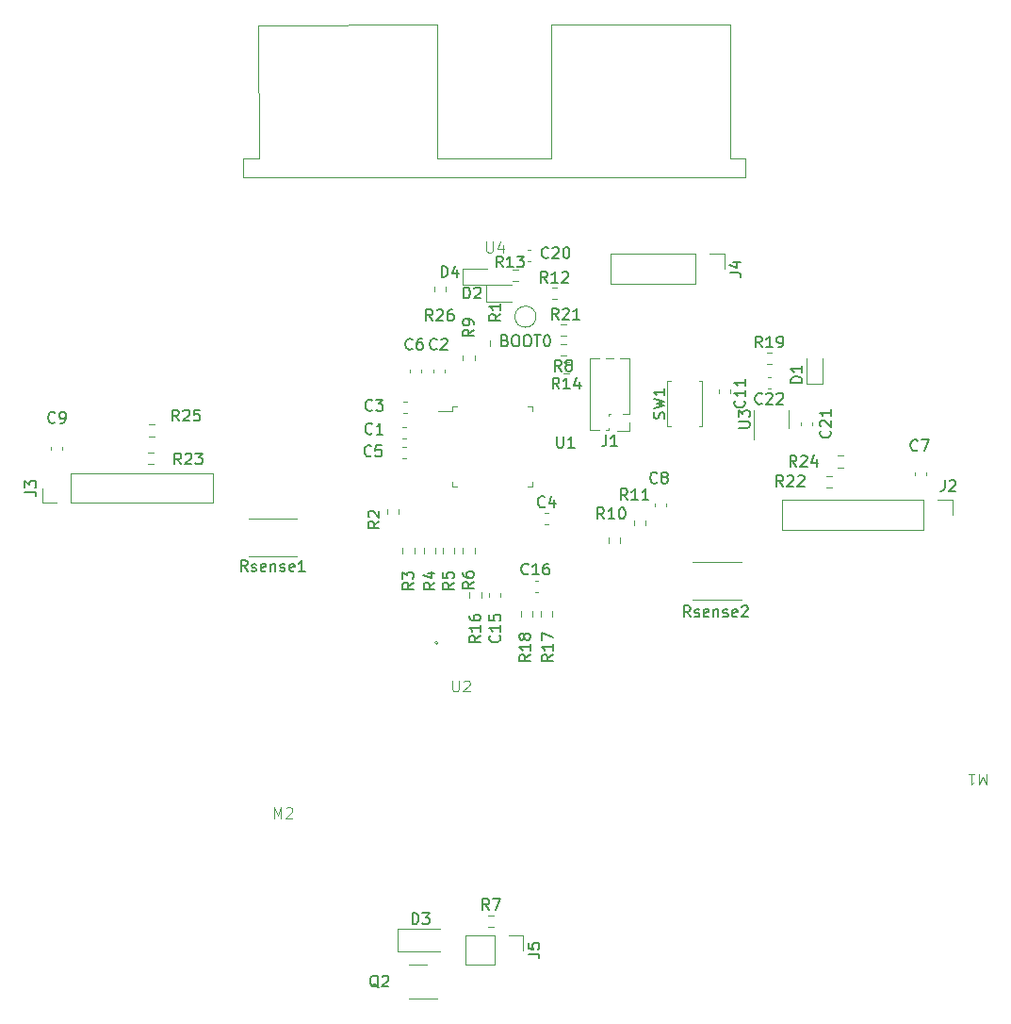
<source format=gbr>
%TF.GenerationSoftware,KiCad,Pcbnew,7.0.10*%
%TF.CreationDate,2024-02-05T10:42:22+01:00*%
%TF.ProjectId,minimouse,6d696e69-6d6f-4757-9365-2e6b69636164,rev?*%
%TF.SameCoordinates,Original*%
%TF.FileFunction,Legend,Top*%
%TF.FilePolarity,Positive*%
%FSLAX46Y46*%
G04 Gerber Fmt 4.6, Leading zero omitted, Abs format (unit mm)*
G04 Created by KiCad (PCBNEW 7.0.10) date 2024-02-05 10:42:22*
%MOMM*%
%LPD*%
G01*
G04 APERTURE LIST*
%ADD10C,0.150000*%
%ADD11C,0.100000*%
%ADD12C,0.120000*%
G04 APERTURE END LIST*
D10*
X155832142Y-84384819D02*
X155498809Y-83908628D01*
X155260714Y-84384819D02*
X155260714Y-83384819D01*
X155260714Y-83384819D02*
X155641666Y-83384819D01*
X155641666Y-83384819D02*
X155736904Y-83432438D01*
X155736904Y-83432438D02*
X155784523Y-83480057D01*
X155784523Y-83480057D02*
X155832142Y-83575295D01*
X155832142Y-83575295D02*
X155832142Y-83718152D01*
X155832142Y-83718152D02*
X155784523Y-83813390D01*
X155784523Y-83813390D02*
X155736904Y-83861009D01*
X155736904Y-83861009D02*
X155641666Y-83908628D01*
X155641666Y-83908628D02*
X155260714Y-83908628D01*
X156784523Y-84384819D02*
X156213095Y-84384819D01*
X156498809Y-84384819D02*
X156498809Y-83384819D01*
X156498809Y-83384819D02*
X156403571Y-83527676D01*
X156403571Y-83527676D02*
X156308333Y-83622914D01*
X156308333Y-83622914D02*
X156213095Y-83670533D01*
X157641666Y-83718152D02*
X157641666Y-84384819D01*
X157403571Y-83337200D02*
X157165476Y-84051485D01*
X157165476Y-84051485D02*
X157784523Y-84051485D01*
X165257200Y-87033332D02*
X165304819Y-86890475D01*
X165304819Y-86890475D02*
X165304819Y-86652380D01*
X165304819Y-86652380D02*
X165257200Y-86557142D01*
X165257200Y-86557142D02*
X165209580Y-86509523D01*
X165209580Y-86509523D02*
X165114342Y-86461904D01*
X165114342Y-86461904D02*
X165019104Y-86461904D01*
X165019104Y-86461904D02*
X164923866Y-86509523D01*
X164923866Y-86509523D02*
X164876247Y-86557142D01*
X164876247Y-86557142D02*
X164828628Y-86652380D01*
X164828628Y-86652380D02*
X164781009Y-86842856D01*
X164781009Y-86842856D02*
X164733390Y-86938094D01*
X164733390Y-86938094D02*
X164685771Y-86985713D01*
X164685771Y-86985713D02*
X164590533Y-87033332D01*
X164590533Y-87033332D02*
X164495295Y-87033332D01*
X164495295Y-87033332D02*
X164400057Y-86985713D01*
X164400057Y-86985713D02*
X164352438Y-86938094D01*
X164352438Y-86938094D02*
X164304819Y-86842856D01*
X164304819Y-86842856D02*
X164304819Y-86604761D01*
X164304819Y-86604761D02*
X164352438Y-86461904D01*
X164304819Y-86128570D02*
X165304819Y-85890475D01*
X165304819Y-85890475D02*
X164590533Y-85699999D01*
X164590533Y-85699999D02*
X165304819Y-85509523D01*
X165304819Y-85509523D02*
X164304819Y-85271428D01*
X165304819Y-84366666D02*
X165304819Y-84938094D01*
X165304819Y-84652380D02*
X164304819Y-84652380D01*
X164304819Y-84652380D02*
X164447676Y-84747618D01*
X164447676Y-84747618D02*
X164542914Y-84842856D01*
X164542914Y-84842856D02*
X164590533Y-84938094D01*
X172459580Y-85442857D02*
X172507200Y-85490476D01*
X172507200Y-85490476D02*
X172554819Y-85633333D01*
X172554819Y-85633333D02*
X172554819Y-85728571D01*
X172554819Y-85728571D02*
X172507200Y-85871428D01*
X172507200Y-85871428D02*
X172411961Y-85966666D01*
X172411961Y-85966666D02*
X172316723Y-86014285D01*
X172316723Y-86014285D02*
X172126247Y-86061904D01*
X172126247Y-86061904D02*
X171983390Y-86061904D01*
X171983390Y-86061904D02*
X171792914Y-86014285D01*
X171792914Y-86014285D02*
X171697676Y-85966666D01*
X171697676Y-85966666D02*
X171602438Y-85871428D01*
X171602438Y-85871428D02*
X171554819Y-85728571D01*
X171554819Y-85728571D02*
X171554819Y-85633333D01*
X171554819Y-85633333D02*
X171602438Y-85490476D01*
X171602438Y-85490476D02*
X171650057Y-85442857D01*
X172554819Y-84490476D02*
X172554819Y-85061904D01*
X172554819Y-84776190D02*
X171554819Y-84776190D01*
X171554819Y-84776190D02*
X171697676Y-84871428D01*
X171697676Y-84871428D02*
X171792914Y-84966666D01*
X171792914Y-84966666D02*
X171840533Y-85061904D01*
X172554819Y-83538095D02*
X172554819Y-84109523D01*
X172554819Y-83823809D02*
X171554819Y-83823809D01*
X171554819Y-83823809D02*
X171697676Y-83919047D01*
X171697676Y-83919047D02*
X171792914Y-84014285D01*
X171792914Y-84014285D02*
X171840533Y-84109523D01*
X150757142Y-73454819D02*
X150423809Y-72978628D01*
X150185714Y-73454819D02*
X150185714Y-72454819D01*
X150185714Y-72454819D02*
X150566666Y-72454819D01*
X150566666Y-72454819D02*
X150661904Y-72502438D01*
X150661904Y-72502438D02*
X150709523Y-72550057D01*
X150709523Y-72550057D02*
X150757142Y-72645295D01*
X150757142Y-72645295D02*
X150757142Y-72788152D01*
X150757142Y-72788152D02*
X150709523Y-72883390D01*
X150709523Y-72883390D02*
X150661904Y-72931009D01*
X150661904Y-72931009D02*
X150566666Y-72978628D01*
X150566666Y-72978628D02*
X150185714Y-72978628D01*
X151709523Y-73454819D02*
X151138095Y-73454819D01*
X151423809Y-73454819D02*
X151423809Y-72454819D01*
X151423809Y-72454819D02*
X151328571Y-72597676D01*
X151328571Y-72597676D02*
X151233333Y-72692914D01*
X151233333Y-72692914D02*
X151138095Y-72740533D01*
X152042857Y-72454819D02*
X152661904Y-72454819D01*
X152661904Y-72454819D02*
X152328571Y-72835771D01*
X152328571Y-72835771D02*
X152471428Y-72835771D01*
X152471428Y-72835771D02*
X152566666Y-72883390D01*
X152566666Y-72883390D02*
X152614285Y-72931009D01*
X152614285Y-72931009D02*
X152661904Y-73026247D01*
X152661904Y-73026247D02*
X152661904Y-73264342D01*
X152661904Y-73264342D02*
X152614285Y-73359580D01*
X152614285Y-73359580D02*
X152566666Y-73407200D01*
X152566666Y-73407200D02*
X152471428Y-73454819D01*
X152471428Y-73454819D02*
X152185714Y-73454819D01*
X152185714Y-73454819D02*
X152090476Y-73407200D01*
X152090476Y-73407200D02*
X152042857Y-73359580D01*
X154757142Y-74854819D02*
X154423809Y-74378628D01*
X154185714Y-74854819D02*
X154185714Y-73854819D01*
X154185714Y-73854819D02*
X154566666Y-73854819D01*
X154566666Y-73854819D02*
X154661904Y-73902438D01*
X154661904Y-73902438D02*
X154709523Y-73950057D01*
X154709523Y-73950057D02*
X154757142Y-74045295D01*
X154757142Y-74045295D02*
X154757142Y-74188152D01*
X154757142Y-74188152D02*
X154709523Y-74283390D01*
X154709523Y-74283390D02*
X154661904Y-74331009D01*
X154661904Y-74331009D02*
X154566666Y-74378628D01*
X154566666Y-74378628D02*
X154185714Y-74378628D01*
X155709523Y-74854819D02*
X155138095Y-74854819D01*
X155423809Y-74854819D02*
X155423809Y-73854819D01*
X155423809Y-73854819D02*
X155328571Y-73997676D01*
X155328571Y-73997676D02*
X155233333Y-74092914D01*
X155233333Y-74092914D02*
X155138095Y-74140533D01*
X156090476Y-73950057D02*
X156138095Y-73902438D01*
X156138095Y-73902438D02*
X156233333Y-73854819D01*
X156233333Y-73854819D02*
X156471428Y-73854819D01*
X156471428Y-73854819D02*
X156566666Y-73902438D01*
X156566666Y-73902438D02*
X156614285Y-73950057D01*
X156614285Y-73950057D02*
X156661904Y-74045295D01*
X156661904Y-74045295D02*
X156661904Y-74140533D01*
X156661904Y-74140533D02*
X156614285Y-74283390D01*
X156614285Y-74283390D02*
X156042857Y-74854819D01*
X156042857Y-74854819D02*
X156661904Y-74854819D01*
X145261905Y-74354819D02*
X145261905Y-73354819D01*
X145261905Y-73354819D02*
X145500000Y-73354819D01*
X145500000Y-73354819D02*
X145642857Y-73402438D01*
X145642857Y-73402438D02*
X145738095Y-73497676D01*
X145738095Y-73497676D02*
X145785714Y-73592914D01*
X145785714Y-73592914D02*
X145833333Y-73783390D01*
X145833333Y-73783390D02*
X145833333Y-73926247D01*
X145833333Y-73926247D02*
X145785714Y-74116723D01*
X145785714Y-74116723D02*
X145738095Y-74211961D01*
X145738095Y-74211961D02*
X145642857Y-74307200D01*
X145642857Y-74307200D02*
X145500000Y-74354819D01*
X145500000Y-74354819D02*
X145261905Y-74354819D01*
X146690476Y-73688152D02*
X146690476Y-74354819D01*
X146452381Y-73307200D02*
X146214286Y-74021485D01*
X146214286Y-74021485D02*
X146833333Y-74021485D01*
X147261905Y-76254819D02*
X147261905Y-75254819D01*
X147261905Y-75254819D02*
X147500000Y-75254819D01*
X147500000Y-75254819D02*
X147642857Y-75302438D01*
X147642857Y-75302438D02*
X147738095Y-75397676D01*
X147738095Y-75397676D02*
X147785714Y-75492914D01*
X147785714Y-75492914D02*
X147833333Y-75683390D01*
X147833333Y-75683390D02*
X147833333Y-75826247D01*
X147833333Y-75826247D02*
X147785714Y-76016723D01*
X147785714Y-76016723D02*
X147738095Y-76111961D01*
X147738095Y-76111961D02*
X147642857Y-76207200D01*
X147642857Y-76207200D02*
X147500000Y-76254819D01*
X147500000Y-76254819D02*
X147261905Y-76254819D01*
X148214286Y-75350057D02*
X148261905Y-75302438D01*
X148261905Y-75302438D02*
X148357143Y-75254819D01*
X148357143Y-75254819D02*
X148595238Y-75254819D01*
X148595238Y-75254819D02*
X148690476Y-75302438D01*
X148690476Y-75302438D02*
X148738095Y-75350057D01*
X148738095Y-75350057D02*
X148785714Y-75445295D01*
X148785714Y-75445295D02*
X148785714Y-75540533D01*
X148785714Y-75540533D02*
X148738095Y-75683390D01*
X148738095Y-75683390D02*
X148166667Y-76254819D01*
X148166667Y-76254819D02*
X148785714Y-76254819D01*
X139604761Y-138150057D02*
X139509523Y-138102438D01*
X139509523Y-138102438D02*
X139414285Y-138007200D01*
X139414285Y-138007200D02*
X139271428Y-137864342D01*
X139271428Y-137864342D02*
X139176190Y-137816723D01*
X139176190Y-137816723D02*
X139080952Y-137816723D01*
X139128571Y-138054819D02*
X139033333Y-138007200D01*
X139033333Y-138007200D02*
X138938095Y-137911961D01*
X138938095Y-137911961D02*
X138890476Y-137721485D01*
X138890476Y-137721485D02*
X138890476Y-137388152D01*
X138890476Y-137388152D02*
X138938095Y-137197676D01*
X138938095Y-137197676D02*
X139033333Y-137102438D01*
X139033333Y-137102438D02*
X139128571Y-137054819D01*
X139128571Y-137054819D02*
X139319047Y-137054819D01*
X139319047Y-137054819D02*
X139414285Y-137102438D01*
X139414285Y-137102438D02*
X139509523Y-137197676D01*
X139509523Y-137197676D02*
X139557142Y-137388152D01*
X139557142Y-137388152D02*
X139557142Y-137721485D01*
X139557142Y-137721485D02*
X139509523Y-137911961D01*
X139509523Y-137911961D02*
X139414285Y-138007200D01*
X139414285Y-138007200D02*
X139319047Y-138054819D01*
X139319047Y-138054819D02*
X139128571Y-138054819D01*
X139938095Y-137150057D02*
X139985714Y-137102438D01*
X139985714Y-137102438D02*
X140080952Y-137054819D01*
X140080952Y-137054819D02*
X140319047Y-137054819D01*
X140319047Y-137054819D02*
X140414285Y-137102438D01*
X140414285Y-137102438D02*
X140461904Y-137150057D01*
X140461904Y-137150057D02*
X140509523Y-137245295D01*
X140509523Y-137245295D02*
X140509523Y-137340533D01*
X140509523Y-137340533D02*
X140461904Y-137483390D01*
X140461904Y-137483390D02*
X139890476Y-138054819D01*
X139890476Y-138054819D02*
X140509523Y-138054819D01*
X149533333Y-131154819D02*
X149200000Y-130678628D01*
X148961905Y-131154819D02*
X148961905Y-130154819D01*
X148961905Y-130154819D02*
X149342857Y-130154819D01*
X149342857Y-130154819D02*
X149438095Y-130202438D01*
X149438095Y-130202438D02*
X149485714Y-130250057D01*
X149485714Y-130250057D02*
X149533333Y-130345295D01*
X149533333Y-130345295D02*
X149533333Y-130488152D01*
X149533333Y-130488152D02*
X149485714Y-130583390D01*
X149485714Y-130583390D02*
X149438095Y-130631009D01*
X149438095Y-130631009D02*
X149342857Y-130678628D01*
X149342857Y-130678628D02*
X148961905Y-130678628D01*
X149866667Y-130154819D02*
X150533333Y-130154819D01*
X150533333Y-130154819D02*
X150104762Y-131154819D01*
X142634905Y-132449819D02*
X142634905Y-131449819D01*
X142634905Y-131449819D02*
X142873000Y-131449819D01*
X142873000Y-131449819D02*
X143015857Y-131497438D01*
X143015857Y-131497438D02*
X143111095Y-131592676D01*
X143111095Y-131592676D02*
X143158714Y-131687914D01*
X143158714Y-131687914D02*
X143206333Y-131878390D01*
X143206333Y-131878390D02*
X143206333Y-132021247D01*
X143206333Y-132021247D02*
X143158714Y-132211723D01*
X143158714Y-132211723D02*
X143111095Y-132306961D01*
X143111095Y-132306961D02*
X143015857Y-132402200D01*
X143015857Y-132402200D02*
X142873000Y-132449819D01*
X142873000Y-132449819D02*
X142634905Y-132449819D01*
X143539667Y-131449819D02*
X144158714Y-131449819D01*
X144158714Y-131449819D02*
X143825381Y-131830771D01*
X143825381Y-131830771D02*
X143968238Y-131830771D01*
X143968238Y-131830771D02*
X144063476Y-131878390D01*
X144063476Y-131878390D02*
X144111095Y-131926009D01*
X144111095Y-131926009D02*
X144158714Y-132021247D01*
X144158714Y-132021247D02*
X144158714Y-132259342D01*
X144158714Y-132259342D02*
X144111095Y-132354580D01*
X144111095Y-132354580D02*
X144063476Y-132402200D01*
X144063476Y-132402200D02*
X143968238Y-132449819D01*
X143968238Y-132449819D02*
X143682524Y-132449819D01*
X143682524Y-132449819D02*
X143587286Y-132402200D01*
X143587286Y-132402200D02*
X143539667Y-132354580D01*
X155638095Y-88654819D02*
X155638095Y-89464342D01*
X155638095Y-89464342D02*
X155685714Y-89559580D01*
X155685714Y-89559580D02*
X155733333Y-89607200D01*
X155733333Y-89607200D02*
X155828571Y-89654819D01*
X155828571Y-89654819D02*
X156019047Y-89654819D01*
X156019047Y-89654819D02*
X156114285Y-89607200D01*
X156114285Y-89607200D02*
X156161904Y-89559580D01*
X156161904Y-89559580D02*
X156209523Y-89464342D01*
X156209523Y-89464342D02*
X156209523Y-88654819D01*
X157209523Y-89654819D02*
X156638095Y-89654819D01*
X156923809Y-89654819D02*
X156923809Y-88654819D01*
X156923809Y-88654819D02*
X156828571Y-88797676D01*
X156828571Y-88797676D02*
X156733333Y-88892914D01*
X156733333Y-88892914D02*
X156638095Y-88940533D01*
X150554819Y-77666666D02*
X150078628Y-77999999D01*
X150554819Y-78238094D02*
X149554819Y-78238094D01*
X149554819Y-78238094D02*
X149554819Y-77857142D01*
X149554819Y-77857142D02*
X149602438Y-77761904D01*
X149602438Y-77761904D02*
X149650057Y-77714285D01*
X149650057Y-77714285D02*
X149745295Y-77666666D01*
X149745295Y-77666666D02*
X149888152Y-77666666D01*
X149888152Y-77666666D02*
X149983390Y-77714285D01*
X149983390Y-77714285D02*
X150031009Y-77761904D01*
X150031009Y-77761904D02*
X150078628Y-77857142D01*
X150078628Y-77857142D02*
X150078628Y-78238094D01*
X150554819Y-76714285D02*
X150554819Y-77285713D01*
X150554819Y-76999999D02*
X149554819Y-76999999D01*
X149554819Y-76999999D02*
X149697676Y-77095237D01*
X149697676Y-77095237D02*
X149792914Y-77190475D01*
X149792914Y-77190475D02*
X149840533Y-77285713D01*
X153057142Y-100959580D02*
X153009523Y-101007200D01*
X153009523Y-101007200D02*
X152866666Y-101054819D01*
X152866666Y-101054819D02*
X152771428Y-101054819D01*
X152771428Y-101054819D02*
X152628571Y-101007200D01*
X152628571Y-101007200D02*
X152533333Y-100911961D01*
X152533333Y-100911961D02*
X152485714Y-100816723D01*
X152485714Y-100816723D02*
X152438095Y-100626247D01*
X152438095Y-100626247D02*
X152438095Y-100483390D01*
X152438095Y-100483390D02*
X152485714Y-100292914D01*
X152485714Y-100292914D02*
X152533333Y-100197676D01*
X152533333Y-100197676D02*
X152628571Y-100102438D01*
X152628571Y-100102438D02*
X152771428Y-100054819D01*
X152771428Y-100054819D02*
X152866666Y-100054819D01*
X152866666Y-100054819D02*
X153009523Y-100102438D01*
X153009523Y-100102438D02*
X153057142Y-100150057D01*
X154009523Y-101054819D02*
X153438095Y-101054819D01*
X153723809Y-101054819D02*
X153723809Y-100054819D01*
X153723809Y-100054819D02*
X153628571Y-100197676D01*
X153628571Y-100197676D02*
X153533333Y-100292914D01*
X153533333Y-100292914D02*
X153438095Y-100340533D01*
X154866666Y-100054819D02*
X154676190Y-100054819D01*
X154676190Y-100054819D02*
X154580952Y-100102438D01*
X154580952Y-100102438D02*
X154533333Y-100150057D01*
X154533333Y-100150057D02*
X154438095Y-100292914D01*
X154438095Y-100292914D02*
X154390476Y-100483390D01*
X154390476Y-100483390D02*
X154390476Y-100864342D01*
X154390476Y-100864342D02*
X154438095Y-100959580D01*
X154438095Y-100959580D02*
X154485714Y-101007200D01*
X154485714Y-101007200D02*
X154580952Y-101054819D01*
X154580952Y-101054819D02*
X154771428Y-101054819D01*
X154771428Y-101054819D02*
X154866666Y-101007200D01*
X154866666Y-101007200D02*
X154914285Y-100959580D01*
X154914285Y-100959580D02*
X154961904Y-100864342D01*
X154961904Y-100864342D02*
X154961904Y-100626247D01*
X154961904Y-100626247D02*
X154914285Y-100531009D01*
X154914285Y-100531009D02*
X154866666Y-100483390D01*
X154866666Y-100483390D02*
X154771428Y-100435771D01*
X154771428Y-100435771D02*
X154580952Y-100435771D01*
X154580952Y-100435771D02*
X154485714Y-100483390D01*
X154485714Y-100483390D02*
X154438095Y-100531009D01*
X154438095Y-100531009D02*
X154390476Y-100626247D01*
D11*
X130190476Y-122957419D02*
X130190476Y-121957419D01*
X130190476Y-121957419D02*
X130523809Y-122671704D01*
X130523809Y-122671704D02*
X130857142Y-121957419D01*
X130857142Y-121957419D02*
X130857142Y-122957419D01*
X131285714Y-122052657D02*
X131333333Y-122005038D01*
X131333333Y-122005038D02*
X131428571Y-121957419D01*
X131428571Y-121957419D02*
X131666666Y-121957419D01*
X131666666Y-121957419D02*
X131761904Y-122005038D01*
X131761904Y-122005038D02*
X131809523Y-122052657D01*
X131809523Y-122052657D02*
X131857142Y-122147895D01*
X131857142Y-122147895D02*
X131857142Y-122243133D01*
X131857142Y-122243133D02*
X131809523Y-122385990D01*
X131809523Y-122385990D02*
X131238095Y-122957419D01*
X131238095Y-122957419D02*
X131857142Y-122957419D01*
D10*
X144457142Y-78254819D02*
X144123809Y-77778628D01*
X143885714Y-78254819D02*
X143885714Y-77254819D01*
X143885714Y-77254819D02*
X144266666Y-77254819D01*
X144266666Y-77254819D02*
X144361904Y-77302438D01*
X144361904Y-77302438D02*
X144409523Y-77350057D01*
X144409523Y-77350057D02*
X144457142Y-77445295D01*
X144457142Y-77445295D02*
X144457142Y-77588152D01*
X144457142Y-77588152D02*
X144409523Y-77683390D01*
X144409523Y-77683390D02*
X144361904Y-77731009D01*
X144361904Y-77731009D02*
X144266666Y-77778628D01*
X144266666Y-77778628D02*
X143885714Y-77778628D01*
X144838095Y-77350057D02*
X144885714Y-77302438D01*
X144885714Y-77302438D02*
X144980952Y-77254819D01*
X144980952Y-77254819D02*
X145219047Y-77254819D01*
X145219047Y-77254819D02*
X145314285Y-77302438D01*
X145314285Y-77302438D02*
X145361904Y-77350057D01*
X145361904Y-77350057D02*
X145409523Y-77445295D01*
X145409523Y-77445295D02*
X145409523Y-77540533D01*
X145409523Y-77540533D02*
X145361904Y-77683390D01*
X145361904Y-77683390D02*
X144790476Y-78254819D01*
X144790476Y-78254819D02*
X145409523Y-78254819D01*
X146266666Y-77254819D02*
X146076190Y-77254819D01*
X146076190Y-77254819D02*
X145980952Y-77302438D01*
X145980952Y-77302438D02*
X145933333Y-77350057D01*
X145933333Y-77350057D02*
X145838095Y-77492914D01*
X145838095Y-77492914D02*
X145790476Y-77683390D01*
X145790476Y-77683390D02*
X145790476Y-78064342D01*
X145790476Y-78064342D02*
X145838095Y-78159580D01*
X145838095Y-78159580D02*
X145885714Y-78207200D01*
X145885714Y-78207200D02*
X145980952Y-78254819D01*
X145980952Y-78254819D02*
X146171428Y-78254819D01*
X146171428Y-78254819D02*
X146266666Y-78207200D01*
X146266666Y-78207200D02*
X146314285Y-78159580D01*
X146314285Y-78159580D02*
X146361904Y-78064342D01*
X146361904Y-78064342D02*
X146361904Y-77826247D01*
X146361904Y-77826247D02*
X146314285Y-77731009D01*
X146314285Y-77731009D02*
X146266666Y-77683390D01*
X146266666Y-77683390D02*
X146171428Y-77635771D01*
X146171428Y-77635771D02*
X145980952Y-77635771D01*
X145980952Y-77635771D02*
X145885714Y-77683390D01*
X145885714Y-77683390D02*
X145838095Y-77731009D01*
X145838095Y-77731009D02*
X145790476Y-77826247D01*
X150966666Y-80031009D02*
X151109523Y-80078628D01*
X151109523Y-80078628D02*
X151157142Y-80126247D01*
X151157142Y-80126247D02*
X151204761Y-80221485D01*
X151204761Y-80221485D02*
X151204761Y-80364342D01*
X151204761Y-80364342D02*
X151157142Y-80459580D01*
X151157142Y-80459580D02*
X151109523Y-80507200D01*
X151109523Y-80507200D02*
X151014285Y-80554819D01*
X151014285Y-80554819D02*
X150633333Y-80554819D01*
X150633333Y-80554819D02*
X150633333Y-79554819D01*
X150633333Y-79554819D02*
X150966666Y-79554819D01*
X150966666Y-79554819D02*
X151061904Y-79602438D01*
X151061904Y-79602438D02*
X151109523Y-79650057D01*
X151109523Y-79650057D02*
X151157142Y-79745295D01*
X151157142Y-79745295D02*
X151157142Y-79840533D01*
X151157142Y-79840533D02*
X151109523Y-79935771D01*
X151109523Y-79935771D02*
X151061904Y-79983390D01*
X151061904Y-79983390D02*
X150966666Y-80031009D01*
X150966666Y-80031009D02*
X150633333Y-80031009D01*
X151823809Y-79554819D02*
X152014285Y-79554819D01*
X152014285Y-79554819D02*
X152109523Y-79602438D01*
X152109523Y-79602438D02*
X152204761Y-79697676D01*
X152204761Y-79697676D02*
X152252380Y-79888152D01*
X152252380Y-79888152D02*
X152252380Y-80221485D01*
X152252380Y-80221485D02*
X152204761Y-80411961D01*
X152204761Y-80411961D02*
X152109523Y-80507200D01*
X152109523Y-80507200D02*
X152014285Y-80554819D01*
X152014285Y-80554819D02*
X151823809Y-80554819D01*
X151823809Y-80554819D02*
X151728571Y-80507200D01*
X151728571Y-80507200D02*
X151633333Y-80411961D01*
X151633333Y-80411961D02*
X151585714Y-80221485D01*
X151585714Y-80221485D02*
X151585714Y-79888152D01*
X151585714Y-79888152D02*
X151633333Y-79697676D01*
X151633333Y-79697676D02*
X151728571Y-79602438D01*
X151728571Y-79602438D02*
X151823809Y-79554819D01*
X152871428Y-79554819D02*
X153061904Y-79554819D01*
X153061904Y-79554819D02*
X153157142Y-79602438D01*
X153157142Y-79602438D02*
X153252380Y-79697676D01*
X153252380Y-79697676D02*
X153299999Y-79888152D01*
X153299999Y-79888152D02*
X153299999Y-80221485D01*
X153299999Y-80221485D02*
X153252380Y-80411961D01*
X153252380Y-80411961D02*
X153157142Y-80507200D01*
X153157142Y-80507200D02*
X153061904Y-80554819D01*
X153061904Y-80554819D02*
X152871428Y-80554819D01*
X152871428Y-80554819D02*
X152776190Y-80507200D01*
X152776190Y-80507200D02*
X152680952Y-80411961D01*
X152680952Y-80411961D02*
X152633333Y-80221485D01*
X152633333Y-80221485D02*
X152633333Y-79888152D01*
X152633333Y-79888152D02*
X152680952Y-79697676D01*
X152680952Y-79697676D02*
X152776190Y-79602438D01*
X152776190Y-79602438D02*
X152871428Y-79554819D01*
X153585714Y-79554819D02*
X154157142Y-79554819D01*
X153871428Y-80554819D02*
X153871428Y-79554819D01*
X154680952Y-79554819D02*
X154776190Y-79554819D01*
X154776190Y-79554819D02*
X154871428Y-79602438D01*
X154871428Y-79602438D02*
X154919047Y-79650057D01*
X154919047Y-79650057D02*
X154966666Y-79745295D01*
X154966666Y-79745295D02*
X155014285Y-79935771D01*
X155014285Y-79935771D02*
X155014285Y-80173866D01*
X155014285Y-80173866D02*
X154966666Y-80364342D01*
X154966666Y-80364342D02*
X154919047Y-80459580D01*
X154919047Y-80459580D02*
X154871428Y-80507200D01*
X154871428Y-80507200D02*
X154776190Y-80554819D01*
X154776190Y-80554819D02*
X154680952Y-80554819D01*
X154680952Y-80554819D02*
X154585714Y-80507200D01*
X154585714Y-80507200D02*
X154538095Y-80459580D01*
X154538095Y-80459580D02*
X154490476Y-80364342D01*
X154490476Y-80364342D02*
X154442857Y-80173866D01*
X154442857Y-80173866D02*
X154442857Y-79935771D01*
X154442857Y-79935771D02*
X154490476Y-79745295D01*
X154490476Y-79745295D02*
X154538095Y-79650057D01*
X154538095Y-79650057D02*
X154585714Y-79602438D01*
X154585714Y-79602438D02*
X154680952Y-79554819D01*
X161957142Y-94354819D02*
X161623809Y-93878628D01*
X161385714Y-94354819D02*
X161385714Y-93354819D01*
X161385714Y-93354819D02*
X161766666Y-93354819D01*
X161766666Y-93354819D02*
X161861904Y-93402438D01*
X161861904Y-93402438D02*
X161909523Y-93450057D01*
X161909523Y-93450057D02*
X161957142Y-93545295D01*
X161957142Y-93545295D02*
X161957142Y-93688152D01*
X161957142Y-93688152D02*
X161909523Y-93783390D01*
X161909523Y-93783390D02*
X161861904Y-93831009D01*
X161861904Y-93831009D02*
X161766666Y-93878628D01*
X161766666Y-93878628D02*
X161385714Y-93878628D01*
X162909523Y-94354819D02*
X162338095Y-94354819D01*
X162623809Y-94354819D02*
X162623809Y-93354819D01*
X162623809Y-93354819D02*
X162528571Y-93497676D01*
X162528571Y-93497676D02*
X162433333Y-93592914D01*
X162433333Y-93592914D02*
X162338095Y-93640533D01*
X163861904Y-94354819D02*
X163290476Y-94354819D01*
X163576190Y-94354819D02*
X163576190Y-93354819D01*
X163576190Y-93354819D02*
X163480952Y-93497676D01*
X163480952Y-93497676D02*
X163385714Y-93592914D01*
X163385714Y-93592914D02*
X163290476Y-93640533D01*
X174057142Y-80654819D02*
X173723809Y-80178628D01*
X173485714Y-80654819D02*
X173485714Y-79654819D01*
X173485714Y-79654819D02*
X173866666Y-79654819D01*
X173866666Y-79654819D02*
X173961904Y-79702438D01*
X173961904Y-79702438D02*
X174009523Y-79750057D01*
X174009523Y-79750057D02*
X174057142Y-79845295D01*
X174057142Y-79845295D02*
X174057142Y-79988152D01*
X174057142Y-79988152D02*
X174009523Y-80083390D01*
X174009523Y-80083390D02*
X173961904Y-80131009D01*
X173961904Y-80131009D02*
X173866666Y-80178628D01*
X173866666Y-80178628D02*
X173485714Y-80178628D01*
X175009523Y-80654819D02*
X174438095Y-80654819D01*
X174723809Y-80654819D02*
X174723809Y-79654819D01*
X174723809Y-79654819D02*
X174628571Y-79797676D01*
X174628571Y-79797676D02*
X174533333Y-79892914D01*
X174533333Y-79892914D02*
X174438095Y-79940533D01*
X175485714Y-80654819D02*
X175676190Y-80654819D01*
X175676190Y-80654819D02*
X175771428Y-80607200D01*
X175771428Y-80607200D02*
X175819047Y-80559580D01*
X175819047Y-80559580D02*
X175914285Y-80416723D01*
X175914285Y-80416723D02*
X175961904Y-80226247D01*
X175961904Y-80226247D02*
X175961904Y-79845295D01*
X175961904Y-79845295D02*
X175914285Y-79750057D01*
X175914285Y-79750057D02*
X175866666Y-79702438D01*
X175866666Y-79702438D02*
X175771428Y-79654819D01*
X175771428Y-79654819D02*
X175580952Y-79654819D01*
X175580952Y-79654819D02*
X175485714Y-79702438D01*
X175485714Y-79702438D02*
X175438095Y-79750057D01*
X175438095Y-79750057D02*
X175390476Y-79845295D01*
X175390476Y-79845295D02*
X175390476Y-80083390D01*
X175390476Y-80083390D02*
X175438095Y-80178628D01*
X175438095Y-80178628D02*
X175485714Y-80226247D01*
X175485714Y-80226247D02*
X175580952Y-80273866D01*
X175580952Y-80273866D02*
X175771428Y-80273866D01*
X175771428Y-80273866D02*
X175866666Y-80226247D01*
X175866666Y-80226247D02*
X175914285Y-80178628D01*
X175914285Y-80178628D02*
X175961904Y-80083390D01*
X144654819Y-101766666D02*
X144178628Y-102099999D01*
X144654819Y-102338094D02*
X143654819Y-102338094D01*
X143654819Y-102338094D02*
X143654819Y-101957142D01*
X143654819Y-101957142D02*
X143702438Y-101861904D01*
X143702438Y-101861904D02*
X143750057Y-101814285D01*
X143750057Y-101814285D02*
X143845295Y-101766666D01*
X143845295Y-101766666D02*
X143988152Y-101766666D01*
X143988152Y-101766666D02*
X144083390Y-101814285D01*
X144083390Y-101814285D02*
X144131009Y-101861904D01*
X144131009Y-101861904D02*
X144178628Y-101957142D01*
X144178628Y-101957142D02*
X144178628Y-102338094D01*
X143988152Y-100909523D02*
X144654819Y-100909523D01*
X143607200Y-101147618D02*
X144321485Y-101385713D01*
X144321485Y-101385713D02*
X144321485Y-100766666D01*
X154533333Y-94929580D02*
X154485714Y-94977200D01*
X154485714Y-94977200D02*
X154342857Y-95024819D01*
X154342857Y-95024819D02*
X154247619Y-95024819D01*
X154247619Y-95024819D02*
X154104762Y-94977200D01*
X154104762Y-94977200D02*
X154009524Y-94881961D01*
X154009524Y-94881961D02*
X153961905Y-94786723D01*
X153961905Y-94786723D02*
X153914286Y-94596247D01*
X153914286Y-94596247D02*
X153914286Y-94453390D01*
X153914286Y-94453390D02*
X153961905Y-94262914D01*
X153961905Y-94262914D02*
X154009524Y-94167676D01*
X154009524Y-94167676D02*
X154104762Y-94072438D01*
X154104762Y-94072438D02*
X154247619Y-94024819D01*
X154247619Y-94024819D02*
X154342857Y-94024819D01*
X154342857Y-94024819D02*
X154485714Y-94072438D01*
X154485714Y-94072438D02*
X154533333Y-94120057D01*
X155390476Y-94358152D02*
X155390476Y-95024819D01*
X155152381Y-93977200D02*
X154914286Y-94691485D01*
X154914286Y-94691485D02*
X155533333Y-94691485D01*
D11*
X146238095Y-110557419D02*
X146238095Y-111366942D01*
X146238095Y-111366942D02*
X146285714Y-111462180D01*
X146285714Y-111462180D02*
X146333333Y-111509800D01*
X146333333Y-111509800D02*
X146428571Y-111557419D01*
X146428571Y-111557419D02*
X146619047Y-111557419D01*
X146619047Y-111557419D02*
X146714285Y-111509800D01*
X146714285Y-111509800D02*
X146761904Y-111462180D01*
X146761904Y-111462180D02*
X146809523Y-111366942D01*
X146809523Y-111366942D02*
X146809523Y-110557419D01*
X147238095Y-110652657D02*
X147285714Y-110605038D01*
X147285714Y-110605038D02*
X147380952Y-110557419D01*
X147380952Y-110557419D02*
X147619047Y-110557419D01*
X147619047Y-110557419D02*
X147714285Y-110605038D01*
X147714285Y-110605038D02*
X147761904Y-110652657D01*
X147761904Y-110652657D02*
X147809523Y-110747895D01*
X147809523Y-110747895D02*
X147809523Y-110843133D01*
X147809523Y-110843133D02*
X147761904Y-110985990D01*
X147761904Y-110985990D02*
X147190476Y-111557419D01*
X147190476Y-111557419D02*
X147809523Y-111557419D01*
D10*
X148154819Y-79066666D02*
X147678628Y-79399999D01*
X148154819Y-79638094D02*
X147154819Y-79638094D01*
X147154819Y-79638094D02*
X147154819Y-79257142D01*
X147154819Y-79257142D02*
X147202438Y-79161904D01*
X147202438Y-79161904D02*
X147250057Y-79114285D01*
X147250057Y-79114285D02*
X147345295Y-79066666D01*
X147345295Y-79066666D02*
X147488152Y-79066666D01*
X147488152Y-79066666D02*
X147583390Y-79114285D01*
X147583390Y-79114285D02*
X147631009Y-79161904D01*
X147631009Y-79161904D02*
X147678628Y-79257142D01*
X147678628Y-79257142D02*
X147678628Y-79638094D01*
X148154819Y-78590475D02*
X148154819Y-78399999D01*
X148154819Y-78399999D02*
X148107200Y-78304761D01*
X148107200Y-78304761D02*
X148059580Y-78257142D01*
X148059580Y-78257142D02*
X147916723Y-78161904D01*
X147916723Y-78161904D02*
X147726247Y-78114285D01*
X147726247Y-78114285D02*
X147345295Y-78114285D01*
X147345295Y-78114285D02*
X147250057Y-78161904D01*
X147250057Y-78161904D02*
X147202438Y-78209523D01*
X147202438Y-78209523D02*
X147154819Y-78304761D01*
X147154819Y-78304761D02*
X147154819Y-78495237D01*
X147154819Y-78495237D02*
X147202438Y-78590475D01*
X147202438Y-78590475D02*
X147250057Y-78638094D01*
X147250057Y-78638094D02*
X147345295Y-78685713D01*
X147345295Y-78685713D02*
X147583390Y-78685713D01*
X147583390Y-78685713D02*
X147678628Y-78638094D01*
X147678628Y-78638094D02*
X147726247Y-78590475D01*
X147726247Y-78590475D02*
X147773866Y-78495237D01*
X147773866Y-78495237D02*
X147773866Y-78304761D01*
X147773866Y-78304761D02*
X147726247Y-78209523D01*
X147726247Y-78209523D02*
X147678628Y-78161904D01*
X147678628Y-78161904D02*
X147583390Y-78114285D01*
D11*
X149298095Y-71152419D02*
X149298095Y-71961942D01*
X149298095Y-71961942D02*
X149345714Y-72057180D01*
X149345714Y-72057180D02*
X149393333Y-72104800D01*
X149393333Y-72104800D02*
X149488571Y-72152419D01*
X149488571Y-72152419D02*
X149679047Y-72152419D01*
X149679047Y-72152419D02*
X149774285Y-72104800D01*
X149774285Y-72104800D02*
X149821904Y-72057180D01*
X149821904Y-72057180D02*
X149869523Y-71961942D01*
X149869523Y-71961942D02*
X149869523Y-71152419D01*
X150774285Y-71485752D02*
X150774285Y-72152419D01*
X150536190Y-71104800D02*
X150298095Y-71819085D01*
X150298095Y-71819085D02*
X150917142Y-71819085D01*
D10*
X138933333Y-90359580D02*
X138885714Y-90407200D01*
X138885714Y-90407200D02*
X138742857Y-90454819D01*
X138742857Y-90454819D02*
X138647619Y-90454819D01*
X138647619Y-90454819D02*
X138504762Y-90407200D01*
X138504762Y-90407200D02*
X138409524Y-90311961D01*
X138409524Y-90311961D02*
X138361905Y-90216723D01*
X138361905Y-90216723D02*
X138314286Y-90026247D01*
X138314286Y-90026247D02*
X138314286Y-89883390D01*
X138314286Y-89883390D02*
X138361905Y-89692914D01*
X138361905Y-89692914D02*
X138409524Y-89597676D01*
X138409524Y-89597676D02*
X138504762Y-89502438D01*
X138504762Y-89502438D02*
X138647619Y-89454819D01*
X138647619Y-89454819D02*
X138742857Y-89454819D01*
X138742857Y-89454819D02*
X138885714Y-89502438D01*
X138885714Y-89502438D02*
X138933333Y-89550057D01*
X139838095Y-89454819D02*
X139361905Y-89454819D01*
X139361905Y-89454819D02*
X139314286Y-89931009D01*
X139314286Y-89931009D02*
X139361905Y-89883390D01*
X139361905Y-89883390D02*
X139457143Y-89835771D01*
X139457143Y-89835771D02*
X139695238Y-89835771D01*
X139695238Y-89835771D02*
X139790476Y-89883390D01*
X139790476Y-89883390D02*
X139838095Y-89931009D01*
X139838095Y-89931009D02*
X139885714Y-90026247D01*
X139885714Y-90026247D02*
X139885714Y-90264342D01*
X139885714Y-90264342D02*
X139838095Y-90359580D01*
X139838095Y-90359580D02*
X139790476Y-90407200D01*
X139790476Y-90407200D02*
X139695238Y-90454819D01*
X139695238Y-90454819D02*
X139457143Y-90454819D01*
X139457143Y-90454819D02*
X139361905Y-90407200D01*
X139361905Y-90407200D02*
X139314286Y-90359580D01*
X190466666Y-92554819D02*
X190466666Y-93269104D01*
X190466666Y-93269104D02*
X190419047Y-93411961D01*
X190419047Y-93411961D02*
X190323809Y-93507200D01*
X190323809Y-93507200D02*
X190180952Y-93554819D01*
X190180952Y-93554819D02*
X190085714Y-93554819D01*
X190895238Y-92650057D02*
X190942857Y-92602438D01*
X190942857Y-92602438D02*
X191038095Y-92554819D01*
X191038095Y-92554819D02*
X191276190Y-92554819D01*
X191276190Y-92554819D02*
X191371428Y-92602438D01*
X191371428Y-92602438D02*
X191419047Y-92650057D01*
X191419047Y-92650057D02*
X191466666Y-92745295D01*
X191466666Y-92745295D02*
X191466666Y-92840533D01*
X191466666Y-92840533D02*
X191419047Y-92983390D01*
X191419047Y-92983390D02*
X190847619Y-93554819D01*
X190847619Y-93554819D02*
X191466666Y-93554819D01*
D11*
X194259523Y-118942580D02*
X194259523Y-119942580D01*
X194259523Y-119942580D02*
X193926190Y-119228295D01*
X193926190Y-119228295D02*
X193592857Y-119942580D01*
X193592857Y-119942580D02*
X193592857Y-118942580D01*
X192592857Y-118942580D02*
X193164285Y-118942580D01*
X192878571Y-118942580D02*
X192878571Y-119942580D01*
X192878571Y-119942580D02*
X192973809Y-119799723D01*
X192973809Y-119799723D02*
X193069047Y-119704485D01*
X193069047Y-119704485D02*
X193164285Y-119656866D01*
D10*
X180159580Y-88142857D02*
X180207200Y-88190476D01*
X180207200Y-88190476D02*
X180254819Y-88333333D01*
X180254819Y-88333333D02*
X180254819Y-88428571D01*
X180254819Y-88428571D02*
X180207200Y-88571428D01*
X180207200Y-88571428D02*
X180111961Y-88666666D01*
X180111961Y-88666666D02*
X180016723Y-88714285D01*
X180016723Y-88714285D02*
X179826247Y-88761904D01*
X179826247Y-88761904D02*
X179683390Y-88761904D01*
X179683390Y-88761904D02*
X179492914Y-88714285D01*
X179492914Y-88714285D02*
X179397676Y-88666666D01*
X179397676Y-88666666D02*
X179302438Y-88571428D01*
X179302438Y-88571428D02*
X179254819Y-88428571D01*
X179254819Y-88428571D02*
X179254819Y-88333333D01*
X179254819Y-88333333D02*
X179302438Y-88190476D01*
X179302438Y-88190476D02*
X179350057Y-88142857D01*
X179350057Y-87761904D02*
X179302438Y-87714285D01*
X179302438Y-87714285D02*
X179254819Y-87619047D01*
X179254819Y-87619047D02*
X179254819Y-87380952D01*
X179254819Y-87380952D02*
X179302438Y-87285714D01*
X179302438Y-87285714D02*
X179350057Y-87238095D01*
X179350057Y-87238095D02*
X179445295Y-87190476D01*
X179445295Y-87190476D02*
X179540533Y-87190476D01*
X179540533Y-87190476D02*
X179683390Y-87238095D01*
X179683390Y-87238095D02*
X180254819Y-87809523D01*
X180254819Y-87809523D02*
X180254819Y-87190476D01*
X180254819Y-86238095D02*
X180254819Y-86809523D01*
X180254819Y-86523809D02*
X179254819Y-86523809D01*
X179254819Y-86523809D02*
X179397676Y-86619047D01*
X179397676Y-86619047D02*
X179492914Y-86714285D01*
X179492914Y-86714285D02*
X179540533Y-86809523D01*
X153054819Y-135108333D02*
X153769104Y-135108333D01*
X153769104Y-135108333D02*
X153911961Y-135155952D01*
X153911961Y-135155952D02*
X154007200Y-135251190D01*
X154007200Y-135251190D02*
X154054819Y-135394047D01*
X154054819Y-135394047D02*
X154054819Y-135489285D01*
X153054819Y-134155952D02*
X153054819Y-134632142D01*
X153054819Y-134632142D02*
X153531009Y-134679761D01*
X153531009Y-134679761D02*
X153483390Y-134632142D01*
X153483390Y-134632142D02*
X153435771Y-134536904D01*
X153435771Y-134536904D02*
X153435771Y-134298809D01*
X153435771Y-134298809D02*
X153483390Y-134203571D01*
X153483390Y-134203571D02*
X153531009Y-134155952D01*
X153531009Y-134155952D02*
X153626247Y-134108333D01*
X153626247Y-134108333D02*
X153864342Y-134108333D01*
X153864342Y-134108333D02*
X153959580Y-134155952D01*
X153959580Y-134155952D02*
X154007200Y-134203571D01*
X154007200Y-134203571D02*
X154054819Y-134298809D01*
X154054819Y-134298809D02*
X154054819Y-134536904D01*
X154054819Y-134536904D02*
X154007200Y-134632142D01*
X154007200Y-134632142D02*
X153959580Y-134679761D01*
X177157142Y-91354819D02*
X176823809Y-90878628D01*
X176585714Y-91354819D02*
X176585714Y-90354819D01*
X176585714Y-90354819D02*
X176966666Y-90354819D01*
X176966666Y-90354819D02*
X177061904Y-90402438D01*
X177061904Y-90402438D02*
X177109523Y-90450057D01*
X177109523Y-90450057D02*
X177157142Y-90545295D01*
X177157142Y-90545295D02*
X177157142Y-90688152D01*
X177157142Y-90688152D02*
X177109523Y-90783390D01*
X177109523Y-90783390D02*
X177061904Y-90831009D01*
X177061904Y-90831009D02*
X176966666Y-90878628D01*
X176966666Y-90878628D02*
X176585714Y-90878628D01*
X177538095Y-90450057D02*
X177585714Y-90402438D01*
X177585714Y-90402438D02*
X177680952Y-90354819D01*
X177680952Y-90354819D02*
X177919047Y-90354819D01*
X177919047Y-90354819D02*
X178014285Y-90402438D01*
X178014285Y-90402438D02*
X178061904Y-90450057D01*
X178061904Y-90450057D02*
X178109523Y-90545295D01*
X178109523Y-90545295D02*
X178109523Y-90640533D01*
X178109523Y-90640533D02*
X178061904Y-90783390D01*
X178061904Y-90783390D02*
X177490476Y-91354819D01*
X177490476Y-91354819D02*
X178109523Y-91354819D01*
X178966666Y-90688152D02*
X178966666Y-91354819D01*
X178728571Y-90307200D02*
X178490476Y-91021485D01*
X178490476Y-91021485D02*
X179109523Y-91021485D01*
X139033333Y-86259580D02*
X138985714Y-86307200D01*
X138985714Y-86307200D02*
X138842857Y-86354819D01*
X138842857Y-86354819D02*
X138747619Y-86354819D01*
X138747619Y-86354819D02*
X138604762Y-86307200D01*
X138604762Y-86307200D02*
X138509524Y-86211961D01*
X138509524Y-86211961D02*
X138461905Y-86116723D01*
X138461905Y-86116723D02*
X138414286Y-85926247D01*
X138414286Y-85926247D02*
X138414286Y-85783390D01*
X138414286Y-85783390D02*
X138461905Y-85592914D01*
X138461905Y-85592914D02*
X138509524Y-85497676D01*
X138509524Y-85497676D02*
X138604762Y-85402438D01*
X138604762Y-85402438D02*
X138747619Y-85354819D01*
X138747619Y-85354819D02*
X138842857Y-85354819D01*
X138842857Y-85354819D02*
X138985714Y-85402438D01*
X138985714Y-85402438D02*
X139033333Y-85450057D01*
X139366667Y-85354819D02*
X139985714Y-85354819D01*
X139985714Y-85354819D02*
X139652381Y-85735771D01*
X139652381Y-85735771D02*
X139795238Y-85735771D01*
X139795238Y-85735771D02*
X139890476Y-85783390D01*
X139890476Y-85783390D02*
X139938095Y-85831009D01*
X139938095Y-85831009D02*
X139985714Y-85926247D01*
X139985714Y-85926247D02*
X139985714Y-86164342D01*
X139985714Y-86164342D02*
X139938095Y-86259580D01*
X139938095Y-86259580D02*
X139890476Y-86307200D01*
X139890476Y-86307200D02*
X139795238Y-86354819D01*
X139795238Y-86354819D02*
X139509524Y-86354819D01*
X139509524Y-86354819D02*
X139414286Y-86307200D01*
X139414286Y-86307200D02*
X139366667Y-86259580D01*
X175957142Y-93154819D02*
X175623809Y-92678628D01*
X175385714Y-93154819D02*
X175385714Y-92154819D01*
X175385714Y-92154819D02*
X175766666Y-92154819D01*
X175766666Y-92154819D02*
X175861904Y-92202438D01*
X175861904Y-92202438D02*
X175909523Y-92250057D01*
X175909523Y-92250057D02*
X175957142Y-92345295D01*
X175957142Y-92345295D02*
X175957142Y-92488152D01*
X175957142Y-92488152D02*
X175909523Y-92583390D01*
X175909523Y-92583390D02*
X175861904Y-92631009D01*
X175861904Y-92631009D02*
X175766666Y-92678628D01*
X175766666Y-92678628D02*
X175385714Y-92678628D01*
X176338095Y-92250057D02*
X176385714Y-92202438D01*
X176385714Y-92202438D02*
X176480952Y-92154819D01*
X176480952Y-92154819D02*
X176719047Y-92154819D01*
X176719047Y-92154819D02*
X176814285Y-92202438D01*
X176814285Y-92202438D02*
X176861904Y-92250057D01*
X176861904Y-92250057D02*
X176909523Y-92345295D01*
X176909523Y-92345295D02*
X176909523Y-92440533D01*
X176909523Y-92440533D02*
X176861904Y-92583390D01*
X176861904Y-92583390D02*
X176290476Y-93154819D01*
X176290476Y-93154819D02*
X176909523Y-93154819D01*
X177290476Y-92250057D02*
X177338095Y-92202438D01*
X177338095Y-92202438D02*
X177433333Y-92154819D01*
X177433333Y-92154819D02*
X177671428Y-92154819D01*
X177671428Y-92154819D02*
X177766666Y-92202438D01*
X177766666Y-92202438D02*
X177814285Y-92250057D01*
X177814285Y-92250057D02*
X177861904Y-92345295D01*
X177861904Y-92345295D02*
X177861904Y-92440533D01*
X177861904Y-92440533D02*
X177814285Y-92583390D01*
X177814285Y-92583390D02*
X177242857Y-93154819D01*
X177242857Y-93154819D02*
X177861904Y-93154819D01*
X153254819Y-108242857D02*
X152778628Y-108576190D01*
X153254819Y-108814285D02*
X152254819Y-108814285D01*
X152254819Y-108814285D02*
X152254819Y-108433333D01*
X152254819Y-108433333D02*
X152302438Y-108338095D01*
X152302438Y-108338095D02*
X152350057Y-108290476D01*
X152350057Y-108290476D02*
X152445295Y-108242857D01*
X152445295Y-108242857D02*
X152588152Y-108242857D01*
X152588152Y-108242857D02*
X152683390Y-108290476D01*
X152683390Y-108290476D02*
X152731009Y-108338095D01*
X152731009Y-108338095D02*
X152778628Y-108433333D01*
X152778628Y-108433333D02*
X152778628Y-108814285D01*
X153254819Y-107290476D02*
X153254819Y-107861904D01*
X153254819Y-107576190D02*
X152254819Y-107576190D01*
X152254819Y-107576190D02*
X152397676Y-107671428D01*
X152397676Y-107671428D02*
X152492914Y-107766666D01*
X152492914Y-107766666D02*
X152540533Y-107861904D01*
X152683390Y-106719047D02*
X152635771Y-106814285D01*
X152635771Y-106814285D02*
X152588152Y-106861904D01*
X152588152Y-106861904D02*
X152492914Y-106909523D01*
X152492914Y-106909523D02*
X152445295Y-106909523D01*
X152445295Y-106909523D02*
X152350057Y-106861904D01*
X152350057Y-106861904D02*
X152302438Y-106814285D01*
X152302438Y-106814285D02*
X152254819Y-106719047D01*
X152254819Y-106719047D02*
X152254819Y-106528571D01*
X152254819Y-106528571D02*
X152302438Y-106433333D01*
X152302438Y-106433333D02*
X152350057Y-106385714D01*
X152350057Y-106385714D02*
X152445295Y-106338095D01*
X152445295Y-106338095D02*
X152492914Y-106338095D01*
X152492914Y-106338095D02*
X152588152Y-106385714D01*
X152588152Y-106385714D02*
X152635771Y-106433333D01*
X152635771Y-106433333D02*
X152683390Y-106528571D01*
X152683390Y-106528571D02*
X152683390Y-106719047D01*
X152683390Y-106719047D02*
X152731009Y-106814285D01*
X152731009Y-106814285D02*
X152778628Y-106861904D01*
X152778628Y-106861904D02*
X152873866Y-106909523D01*
X152873866Y-106909523D02*
X153064342Y-106909523D01*
X153064342Y-106909523D02*
X153159580Y-106861904D01*
X153159580Y-106861904D02*
X153207200Y-106814285D01*
X153207200Y-106814285D02*
X153254819Y-106719047D01*
X153254819Y-106719047D02*
X153254819Y-106528571D01*
X153254819Y-106528571D02*
X153207200Y-106433333D01*
X153207200Y-106433333D02*
X153159580Y-106385714D01*
X153159580Y-106385714D02*
X153064342Y-106338095D01*
X153064342Y-106338095D02*
X152873866Y-106338095D01*
X152873866Y-106338095D02*
X152778628Y-106385714D01*
X152778628Y-106385714D02*
X152731009Y-106433333D01*
X152731009Y-106433333D02*
X152683390Y-106528571D01*
X188033333Y-89859580D02*
X187985714Y-89907200D01*
X187985714Y-89907200D02*
X187842857Y-89954819D01*
X187842857Y-89954819D02*
X187747619Y-89954819D01*
X187747619Y-89954819D02*
X187604762Y-89907200D01*
X187604762Y-89907200D02*
X187509524Y-89811961D01*
X187509524Y-89811961D02*
X187461905Y-89716723D01*
X187461905Y-89716723D02*
X187414286Y-89526247D01*
X187414286Y-89526247D02*
X187414286Y-89383390D01*
X187414286Y-89383390D02*
X187461905Y-89192914D01*
X187461905Y-89192914D02*
X187509524Y-89097676D01*
X187509524Y-89097676D02*
X187604762Y-89002438D01*
X187604762Y-89002438D02*
X187747619Y-88954819D01*
X187747619Y-88954819D02*
X187842857Y-88954819D01*
X187842857Y-88954819D02*
X187985714Y-89002438D01*
X187985714Y-89002438D02*
X188033333Y-89050057D01*
X188366667Y-88954819D02*
X189033333Y-88954819D01*
X189033333Y-88954819D02*
X188604762Y-89954819D01*
X156033333Y-82784819D02*
X155700000Y-82308628D01*
X155461905Y-82784819D02*
X155461905Y-81784819D01*
X155461905Y-81784819D02*
X155842857Y-81784819D01*
X155842857Y-81784819D02*
X155938095Y-81832438D01*
X155938095Y-81832438D02*
X155985714Y-81880057D01*
X155985714Y-81880057D02*
X156033333Y-81975295D01*
X156033333Y-81975295D02*
X156033333Y-82118152D01*
X156033333Y-82118152D02*
X155985714Y-82213390D01*
X155985714Y-82213390D02*
X155938095Y-82261009D01*
X155938095Y-82261009D02*
X155842857Y-82308628D01*
X155842857Y-82308628D02*
X155461905Y-82308628D01*
X156604762Y-82213390D02*
X156509524Y-82165771D01*
X156509524Y-82165771D02*
X156461905Y-82118152D01*
X156461905Y-82118152D02*
X156414286Y-82022914D01*
X156414286Y-82022914D02*
X156414286Y-81975295D01*
X156414286Y-81975295D02*
X156461905Y-81880057D01*
X156461905Y-81880057D02*
X156509524Y-81832438D01*
X156509524Y-81832438D02*
X156604762Y-81784819D01*
X156604762Y-81784819D02*
X156795238Y-81784819D01*
X156795238Y-81784819D02*
X156890476Y-81832438D01*
X156890476Y-81832438D02*
X156938095Y-81880057D01*
X156938095Y-81880057D02*
X156985714Y-81975295D01*
X156985714Y-81975295D02*
X156985714Y-82022914D01*
X156985714Y-82022914D02*
X156938095Y-82118152D01*
X156938095Y-82118152D02*
X156890476Y-82165771D01*
X156890476Y-82165771D02*
X156795238Y-82213390D01*
X156795238Y-82213390D02*
X156604762Y-82213390D01*
X156604762Y-82213390D02*
X156509524Y-82261009D01*
X156509524Y-82261009D02*
X156461905Y-82308628D01*
X156461905Y-82308628D02*
X156414286Y-82403866D01*
X156414286Y-82403866D02*
X156414286Y-82594342D01*
X156414286Y-82594342D02*
X156461905Y-82689580D01*
X156461905Y-82689580D02*
X156509524Y-82737200D01*
X156509524Y-82737200D02*
X156604762Y-82784819D01*
X156604762Y-82784819D02*
X156795238Y-82784819D01*
X156795238Y-82784819D02*
X156890476Y-82737200D01*
X156890476Y-82737200D02*
X156938095Y-82689580D01*
X156938095Y-82689580D02*
X156985714Y-82594342D01*
X156985714Y-82594342D02*
X156985714Y-82403866D01*
X156985714Y-82403866D02*
X156938095Y-82308628D01*
X156938095Y-82308628D02*
X156890476Y-82261009D01*
X156890476Y-82261009D02*
X156795238Y-82213390D01*
X127814285Y-100774819D02*
X127480952Y-100298628D01*
X127242857Y-100774819D02*
X127242857Y-99774819D01*
X127242857Y-99774819D02*
X127623809Y-99774819D01*
X127623809Y-99774819D02*
X127719047Y-99822438D01*
X127719047Y-99822438D02*
X127766666Y-99870057D01*
X127766666Y-99870057D02*
X127814285Y-99965295D01*
X127814285Y-99965295D02*
X127814285Y-100108152D01*
X127814285Y-100108152D02*
X127766666Y-100203390D01*
X127766666Y-100203390D02*
X127719047Y-100251009D01*
X127719047Y-100251009D02*
X127623809Y-100298628D01*
X127623809Y-100298628D02*
X127242857Y-100298628D01*
X128195238Y-100727200D02*
X128290476Y-100774819D01*
X128290476Y-100774819D02*
X128480952Y-100774819D01*
X128480952Y-100774819D02*
X128576190Y-100727200D01*
X128576190Y-100727200D02*
X128623809Y-100631961D01*
X128623809Y-100631961D02*
X128623809Y-100584342D01*
X128623809Y-100584342D02*
X128576190Y-100489104D01*
X128576190Y-100489104D02*
X128480952Y-100441485D01*
X128480952Y-100441485D02*
X128338095Y-100441485D01*
X128338095Y-100441485D02*
X128242857Y-100393866D01*
X128242857Y-100393866D02*
X128195238Y-100298628D01*
X128195238Y-100298628D02*
X128195238Y-100251009D01*
X128195238Y-100251009D02*
X128242857Y-100155771D01*
X128242857Y-100155771D02*
X128338095Y-100108152D01*
X128338095Y-100108152D02*
X128480952Y-100108152D01*
X128480952Y-100108152D02*
X128576190Y-100155771D01*
X129433333Y-100727200D02*
X129338095Y-100774819D01*
X129338095Y-100774819D02*
X129147619Y-100774819D01*
X129147619Y-100774819D02*
X129052381Y-100727200D01*
X129052381Y-100727200D02*
X129004762Y-100631961D01*
X129004762Y-100631961D02*
X129004762Y-100251009D01*
X129004762Y-100251009D02*
X129052381Y-100155771D01*
X129052381Y-100155771D02*
X129147619Y-100108152D01*
X129147619Y-100108152D02*
X129338095Y-100108152D01*
X129338095Y-100108152D02*
X129433333Y-100155771D01*
X129433333Y-100155771D02*
X129480952Y-100251009D01*
X129480952Y-100251009D02*
X129480952Y-100346247D01*
X129480952Y-100346247D02*
X129004762Y-100441485D01*
X129909524Y-100108152D02*
X129909524Y-100774819D01*
X129909524Y-100203390D02*
X129957143Y-100155771D01*
X129957143Y-100155771D02*
X130052381Y-100108152D01*
X130052381Y-100108152D02*
X130195238Y-100108152D01*
X130195238Y-100108152D02*
X130290476Y-100155771D01*
X130290476Y-100155771D02*
X130338095Y-100251009D01*
X130338095Y-100251009D02*
X130338095Y-100774819D01*
X130766667Y-100727200D02*
X130861905Y-100774819D01*
X130861905Y-100774819D02*
X131052381Y-100774819D01*
X131052381Y-100774819D02*
X131147619Y-100727200D01*
X131147619Y-100727200D02*
X131195238Y-100631961D01*
X131195238Y-100631961D02*
X131195238Y-100584342D01*
X131195238Y-100584342D02*
X131147619Y-100489104D01*
X131147619Y-100489104D02*
X131052381Y-100441485D01*
X131052381Y-100441485D02*
X130909524Y-100441485D01*
X130909524Y-100441485D02*
X130814286Y-100393866D01*
X130814286Y-100393866D02*
X130766667Y-100298628D01*
X130766667Y-100298628D02*
X130766667Y-100251009D01*
X130766667Y-100251009D02*
X130814286Y-100155771D01*
X130814286Y-100155771D02*
X130909524Y-100108152D01*
X130909524Y-100108152D02*
X131052381Y-100108152D01*
X131052381Y-100108152D02*
X131147619Y-100155771D01*
X132004762Y-100727200D02*
X131909524Y-100774819D01*
X131909524Y-100774819D02*
X131719048Y-100774819D01*
X131719048Y-100774819D02*
X131623810Y-100727200D01*
X131623810Y-100727200D02*
X131576191Y-100631961D01*
X131576191Y-100631961D02*
X131576191Y-100251009D01*
X131576191Y-100251009D02*
X131623810Y-100155771D01*
X131623810Y-100155771D02*
X131719048Y-100108152D01*
X131719048Y-100108152D02*
X131909524Y-100108152D01*
X131909524Y-100108152D02*
X132004762Y-100155771D01*
X132004762Y-100155771D02*
X132052381Y-100251009D01*
X132052381Y-100251009D02*
X132052381Y-100346247D01*
X132052381Y-100346247D02*
X131576191Y-100441485D01*
X133004762Y-100774819D02*
X132433334Y-100774819D01*
X132719048Y-100774819D02*
X132719048Y-99774819D01*
X132719048Y-99774819D02*
X132623810Y-99917676D01*
X132623810Y-99917676D02*
X132528572Y-100012914D01*
X132528572Y-100012914D02*
X132433334Y-100060533D01*
X139654819Y-96266666D02*
X139178628Y-96599999D01*
X139654819Y-96838094D02*
X138654819Y-96838094D01*
X138654819Y-96838094D02*
X138654819Y-96457142D01*
X138654819Y-96457142D02*
X138702438Y-96361904D01*
X138702438Y-96361904D02*
X138750057Y-96314285D01*
X138750057Y-96314285D02*
X138845295Y-96266666D01*
X138845295Y-96266666D02*
X138988152Y-96266666D01*
X138988152Y-96266666D02*
X139083390Y-96314285D01*
X139083390Y-96314285D02*
X139131009Y-96361904D01*
X139131009Y-96361904D02*
X139178628Y-96457142D01*
X139178628Y-96457142D02*
X139178628Y-96838094D01*
X138750057Y-95885713D02*
X138702438Y-95838094D01*
X138702438Y-95838094D02*
X138654819Y-95742856D01*
X138654819Y-95742856D02*
X138654819Y-95504761D01*
X138654819Y-95504761D02*
X138702438Y-95409523D01*
X138702438Y-95409523D02*
X138750057Y-95361904D01*
X138750057Y-95361904D02*
X138845295Y-95314285D01*
X138845295Y-95314285D02*
X138940533Y-95314285D01*
X138940533Y-95314285D02*
X139083390Y-95361904D01*
X139083390Y-95361904D02*
X139654819Y-95933332D01*
X139654819Y-95933332D02*
X139654819Y-95314285D01*
X159857142Y-96054819D02*
X159523809Y-95578628D01*
X159285714Y-96054819D02*
X159285714Y-95054819D01*
X159285714Y-95054819D02*
X159666666Y-95054819D01*
X159666666Y-95054819D02*
X159761904Y-95102438D01*
X159761904Y-95102438D02*
X159809523Y-95150057D01*
X159809523Y-95150057D02*
X159857142Y-95245295D01*
X159857142Y-95245295D02*
X159857142Y-95388152D01*
X159857142Y-95388152D02*
X159809523Y-95483390D01*
X159809523Y-95483390D02*
X159761904Y-95531009D01*
X159761904Y-95531009D02*
X159666666Y-95578628D01*
X159666666Y-95578628D02*
X159285714Y-95578628D01*
X160809523Y-96054819D02*
X160238095Y-96054819D01*
X160523809Y-96054819D02*
X160523809Y-95054819D01*
X160523809Y-95054819D02*
X160428571Y-95197676D01*
X160428571Y-95197676D02*
X160333333Y-95292914D01*
X160333333Y-95292914D02*
X160238095Y-95340533D01*
X161428571Y-95054819D02*
X161523809Y-95054819D01*
X161523809Y-95054819D02*
X161619047Y-95102438D01*
X161619047Y-95102438D02*
X161666666Y-95150057D01*
X161666666Y-95150057D02*
X161714285Y-95245295D01*
X161714285Y-95245295D02*
X161761904Y-95435771D01*
X161761904Y-95435771D02*
X161761904Y-95673866D01*
X161761904Y-95673866D02*
X161714285Y-95864342D01*
X161714285Y-95864342D02*
X161666666Y-95959580D01*
X161666666Y-95959580D02*
X161619047Y-96007200D01*
X161619047Y-96007200D02*
X161523809Y-96054819D01*
X161523809Y-96054819D02*
X161428571Y-96054819D01*
X161428571Y-96054819D02*
X161333333Y-96007200D01*
X161333333Y-96007200D02*
X161285714Y-95959580D01*
X161285714Y-95959580D02*
X161238095Y-95864342D01*
X161238095Y-95864342D02*
X161190476Y-95673866D01*
X161190476Y-95673866D02*
X161190476Y-95435771D01*
X161190476Y-95435771D02*
X161238095Y-95245295D01*
X161238095Y-95245295D02*
X161285714Y-95150057D01*
X161285714Y-95150057D02*
X161333333Y-95102438D01*
X161333333Y-95102438D02*
X161428571Y-95054819D01*
X174057142Y-85659580D02*
X174009523Y-85707200D01*
X174009523Y-85707200D02*
X173866666Y-85754819D01*
X173866666Y-85754819D02*
X173771428Y-85754819D01*
X173771428Y-85754819D02*
X173628571Y-85707200D01*
X173628571Y-85707200D02*
X173533333Y-85611961D01*
X173533333Y-85611961D02*
X173485714Y-85516723D01*
X173485714Y-85516723D02*
X173438095Y-85326247D01*
X173438095Y-85326247D02*
X173438095Y-85183390D01*
X173438095Y-85183390D02*
X173485714Y-84992914D01*
X173485714Y-84992914D02*
X173533333Y-84897676D01*
X173533333Y-84897676D02*
X173628571Y-84802438D01*
X173628571Y-84802438D02*
X173771428Y-84754819D01*
X173771428Y-84754819D02*
X173866666Y-84754819D01*
X173866666Y-84754819D02*
X174009523Y-84802438D01*
X174009523Y-84802438D02*
X174057142Y-84850057D01*
X174438095Y-84850057D02*
X174485714Y-84802438D01*
X174485714Y-84802438D02*
X174580952Y-84754819D01*
X174580952Y-84754819D02*
X174819047Y-84754819D01*
X174819047Y-84754819D02*
X174914285Y-84802438D01*
X174914285Y-84802438D02*
X174961904Y-84850057D01*
X174961904Y-84850057D02*
X175009523Y-84945295D01*
X175009523Y-84945295D02*
X175009523Y-85040533D01*
X175009523Y-85040533D02*
X174961904Y-85183390D01*
X174961904Y-85183390D02*
X174390476Y-85754819D01*
X174390476Y-85754819D02*
X175009523Y-85754819D01*
X175390476Y-84850057D02*
X175438095Y-84802438D01*
X175438095Y-84802438D02*
X175533333Y-84754819D01*
X175533333Y-84754819D02*
X175771428Y-84754819D01*
X175771428Y-84754819D02*
X175866666Y-84802438D01*
X175866666Y-84802438D02*
X175914285Y-84850057D01*
X175914285Y-84850057D02*
X175961904Y-84945295D01*
X175961904Y-84945295D02*
X175961904Y-85040533D01*
X175961904Y-85040533D02*
X175914285Y-85183390D01*
X175914285Y-85183390D02*
X175342857Y-85754819D01*
X175342857Y-85754819D02*
X175961904Y-85754819D01*
X150459580Y-106542857D02*
X150507200Y-106590476D01*
X150507200Y-106590476D02*
X150554819Y-106733333D01*
X150554819Y-106733333D02*
X150554819Y-106828571D01*
X150554819Y-106828571D02*
X150507200Y-106971428D01*
X150507200Y-106971428D02*
X150411961Y-107066666D01*
X150411961Y-107066666D02*
X150316723Y-107114285D01*
X150316723Y-107114285D02*
X150126247Y-107161904D01*
X150126247Y-107161904D02*
X149983390Y-107161904D01*
X149983390Y-107161904D02*
X149792914Y-107114285D01*
X149792914Y-107114285D02*
X149697676Y-107066666D01*
X149697676Y-107066666D02*
X149602438Y-106971428D01*
X149602438Y-106971428D02*
X149554819Y-106828571D01*
X149554819Y-106828571D02*
X149554819Y-106733333D01*
X149554819Y-106733333D02*
X149602438Y-106590476D01*
X149602438Y-106590476D02*
X149650057Y-106542857D01*
X150554819Y-105590476D02*
X150554819Y-106161904D01*
X150554819Y-105876190D02*
X149554819Y-105876190D01*
X149554819Y-105876190D02*
X149697676Y-105971428D01*
X149697676Y-105971428D02*
X149792914Y-106066666D01*
X149792914Y-106066666D02*
X149840533Y-106161904D01*
X149554819Y-104685714D02*
X149554819Y-105161904D01*
X149554819Y-105161904D02*
X150031009Y-105209523D01*
X150031009Y-105209523D02*
X149983390Y-105161904D01*
X149983390Y-105161904D02*
X149935771Y-105066666D01*
X149935771Y-105066666D02*
X149935771Y-104828571D01*
X149935771Y-104828571D02*
X149983390Y-104733333D01*
X149983390Y-104733333D02*
X150031009Y-104685714D01*
X150031009Y-104685714D02*
X150126247Y-104638095D01*
X150126247Y-104638095D02*
X150364342Y-104638095D01*
X150364342Y-104638095D02*
X150459580Y-104685714D01*
X150459580Y-104685714D02*
X150507200Y-104733333D01*
X150507200Y-104733333D02*
X150554819Y-104828571D01*
X150554819Y-104828571D02*
X150554819Y-105066666D01*
X150554819Y-105066666D02*
X150507200Y-105161904D01*
X150507200Y-105161904D02*
X150459580Y-105209523D01*
X142754819Y-101766666D02*
X142278628Y-102099999D01*
X142754819Y-102338094D02*
X141754819Y-102338094D01*
X141754819Y-102338094D02*
X141754819Y-101957142D01*
X141754819Y-101957142D02*
X141802438Y-101861904D01*
X141802438Y-101861904D02*
X141850057Y-101814285D01*
X141850057Y-101814285D02*
X141945295Y-101766666D01*
X141945295Y-101766666D02*
X142088152Y-101766666D01*
X142088152Y-101766666D02*
X142183390Y-101814285D01*
X142183390Y-101814285D02*
X142231009Y-101861904D01*
X142231009Y-101861904D02*
X142278628Y-101957142D01*
X142278628Y-101957142D02*
X142278628Y-102338094D01*
X141754819Y-101433332D02*
X141754819Y-100814285D01*
X141754819Y-100814285D02*
X142135771Y-101147618D01*
X142135771Y-101147618D02*
X142135771Y-101004761D01*
X142135771Y-101004761D02*
X142183390Y-100909523D01*
X142183390Y-100909523D02*
X142231009Y-100861904D01*
X142231009Y-100861904D02*
X142326247Y-100814285D01*
X142326247Y-100814285D02*
X142564342Y-100814285D01*
X142564342Y-100814285D02*
X142659580Y-100861904D01*
X142659580Y-100861904D02*
X142707200Y-100909523D01*
X142707200Y-100909523D02*
X142754819Y-101004761D01*
X142754819Y-101004761D02*
X142754819Y-101290475D01*
X142754819Y-101290475D02*
X142707200Y-101385713D01*
X142707200Y-101385713D02*
X142659580Y-101433332D01*
X144833333Y-80759580D02*
X144785714Y-80807200D01*
X144785714Y-80807200D02*
X144642857Y-80854819D01*
X144642857Y-80854819D02*
X144547619Y-80854819D01*
X144547619Y-80854819D02*
X144404762Y-80807200D01*
X144404762Y-80807200D02*
X144309524Y-80711961D01*
X144309524Y-80711961D02*
X144261905Y-80616723D01*
X144261905Y-80616723D02*
X144214286Y-80426247D01*
X144214286Y-80426247D02*
X144214286Y-80283390D01*
X144214286Y-80283390D02*
X144261905Y-80092914D01*
X144261905Y-80092914D02*
X144309524Y-79997676D01*
X144309524Y-79997676D02*
X144404762Y-79902438D01*
X144404762Y-79902438D02*
X144547619Y-79854819D01*
X144547619Y-79854819D02*
X144642857Y-79854819D01*
X144642857Y-79854819D02*
X144785714Y-79902438D01*
X144785714Y-79902438D02*
X144833333Y-79950057D01*
X145214286Y-79950057D02*
X145261905Y-79902438D01*
X145261905Y-79902438D02*
X145357143Y-79854819D01*
X145357143Y-79854819D02*
X145595238Y-79854819D01*
X145595238Y-79854819D02*
X145690476Y-79902438D01*
X145690476Y-79902438D02*
X145738095Y-79950057D01*
X145738095Y-79950057D02*
X145785714Y-80045295D01*
X145785714Y-80045295D02*
X145785714Y-80140533D01*
X145785714Y-80140533D02*
X145738095Y-80283390D01*
X145738095Y-80283390D02*
X145166667Y-80854819D01*
X145166667Y-80854819D02*
X145785714Y-80854819D01*
X154857142Y-72559580D02*
X154809523Y-72607200D01*
X154809523Y-72607200D02*
X154666666Y-72654819D01*
X154666666Y-72654819D02*
X154571428Y-72654819D01*
X154571428Y-72654819D02*
X154428571Y-72607200D01*
X154428571Y-72607200D02*
X154333333Y-72511961D01*
X154333333Y-72511961D02*
X154285714Y-72416723D01*
X154285714Y-72416723D02*
X154238095Y-72226247D01*
X154238095Y-72226247D02*
X154238095Y-72083390D01*
X154238095Y-72083390D02*
X154285714Y-71892914D01*
X154285714Y-71892914D02*
X154333333Y-71797676D01*
X154333333Y-71797676D02*
X154428571Y-71702438D01*
X154428571Y-71702438D02*
X154571428Y-71654819D01*
X154571428Y-71654819D02*
X154666666Y-71654819D01*
X154666666Y-71654819D02*
X154809523Y-71702438D01*
X154809523Y-71702438D02*
X154857142Y-71750057D01*
X155238095Y-71750057D02*
X155285714Y-71702438D01*
X155285714Y-71702438D02*
X155380952Y-71654819D01*
X155380952Y-71654819D02*
X155619047Y-71654819D01*
X155619047Y-71654819D02*
X155714285Y-71702438D01*
X155714285Y-71702438D02*
X155761904Y-71750057D01*
X155761904Y-71750057D02*
X155809523Y-71845295D01*
X155809523Y-71845295D02*
X155809523Y-71940533D01*
X155809523Y-71940533D02*
X155761904Y-72083390D01*
X155761904Y-72083390D02*
X155190476Y-72654819D01*
X155190476Y-72654819D02*
X155809523Y-72654819D01*
X156428571Y-71654819D02*
X156523809Y-71654819D01*
X156523809Y-71654819D02*
X156619047Y-71702438D01*
X156619047Y-71702438D02*
X156666666Y-71750057D01*
X156666666Y-71750057D02*
X156714285Y-71845295D01*
X156714285Y-71845295D02*
X156761904Y-72035771D01*
X156761904Y-72035771D02*
X156761904Y-72273866D01*
X156761904Y-72273866D02*
X156714285Y-72464342D01*
X156714285Y-72464342D02*
X156666666Y-72559580D01*
X156666666Y-72559580D02*
X156619047Y-72607200D01*
X156619047Y-72607200D02*
X156523809Y-72654819D01*
X156523809Y-72654819D02*
X156428571Y-72654819D01*
X156428571Y-72654819D02*
X156333333Y-72607200D01*
X156333333Y-72607200D02*
X156285714Y-72559580D01*
X156285714Y-72559580D02*
X156238095Y-72464342D01*
X156238095Y-72464342D02*
X156190476Y-72273866D01*
X156190476Y-72273866D02*
X156190476Y-72035771D01*
X156190476Y-72035771D02*
X156238095Y-71845295D01*
X156238095Y-71845295D02*
X156285714Y-71750057D01*
X156285714Y-71750057D02*
X156333333Y-71702438D01*
X156333333Y-71702438D02*
X156428571Y-71654819D01*
X139033333Y-88359580D02*
X138985714Y-88407200D01*
X138985714Y-88407200D02*
X138842857Y-88454819D01*
X138842857Y-88454819D02*
X138747619Y-88454819D01*
X138747619Y-88454819D02*
X138604762Y-88407200D01*
X138604762Y-88407200D02*
X138509524Y-88311961D01*
X138509524Y-88311961D02*
X138461905Y-88216723D01*
X138461905Y-88216723D02*
X138414286Y-88026247D01*
X138414286Y-88026247D02*
X138414286Y-87883390D01*
X138414286Y-87883390D02*
X138461905Y-87692914D01*
X138461905Y-87692914D02*
X138509524Y-87597676D01*
X138509524Y-87597676D02*
X138604762Y-87502438D01*
X138604762Y-87502438D02*
X138747619Y-87454819D01*
X138747619Y-87454819D02*
X138842857Y-87454819D01*
X138842857Y-87454819D02*
X138985714Y-87502438D01*
X138985714Y-87502438D02*
X139033333Y-87550057D01*
X139985714Y-88454819D02*
X139414286Y-88454819D01*
X139700000Y-88454819D02*
X139700000Y-87454819D01*
X139700000Y-87454819D02*
X139604762Y-87597676D01*
X139604762Y-87597676D02*
X139509524Y-87692914D01*
X139509524Y-87692914D02*
X139414286Y-87740533D01*
X146354819Y-101766666D02*
X145878628Y-102099999D01*
X146354819Y-102338094D02*
X145354819Y-102338094D01*
X145354819Y-102338094D02*
X145354819Y-101957142D01*
X145354819Y-101957142D02*
X145402438Y-101861904D01*
X145402438Y-101861904D02*
X145450057Y-101814285D01*
X145450057Y-101814285D02*
X145545295Y-101766666D01*
X145545295Y-101766666D02*
X145688152Y-101766666D01*
X145688152Y-101766666D02*
X145783390Y-101814285D01*
X145783390Y-101814285D02*
X145831009Y-101861904D01*
X145831009Y-101861904D02*
X145878628Y-101957142D01*
X145878628Y-101957142D02*
X145878628Y-102338094D01*
X145354819Y-100861904D02*
X145354819Y-101338094D01*
X145354819Y-101338094D02*
X145831009Y-101385713D01*
X145831009Y-101385713D02*
X145783390Y-101338094D01*
X145783390Y-101338094D02*
X145735771Y-101242856D01*
X145735771Y-101242856D02*
X145735771Y-101004761D01*
X145735771Y-101004761D02*
X145783390Y-100909523D01*
X145783390Y-100909523D02*
X145831009Y-100861904D01*
X145831009Y-100861904D02*
X145926247Y-100814285D01*
X145926247Y-100814285D02*
X146164342Y-100814285D01*
X146164342Y-100814285D02*
X146259580Y-100861904D01*
X146259580Y-100861904D02*
X146307200Y-100909523D01*
X146307200Y-100909523D02*
X146354819Y-101004761D01*
X146354819Y-101004761D02*
X146354819Y-101242856D01*
X146354819Y-101242856D02*
X146307200Y-101338094D01*
X146307200Y-101338094D02*
X146259580Y-101385713D01*
X110533333Y-87359580D02*
X110485714Y-87407200D01*
X110485714Y-87407200D02*
X110342857Y-87454819D01*
X110342857Y-87454819D02*
X110247619Y-87454819D01*
X110247619Y-87454819D02*
X110104762Y-87407200D01*
X110104762Y-87407200D02*
X110009524Y-87311961D01*
X110009524Y-87311961D02*
X109961905Y-87216723D01*
X109961905Y-87216723D02*
X109914286Y-87026247D01*
X109914286Y-87026247D02*
X109914286Y-86883390D01*
X109914286Y-86883390D02*
X109961905Y-86692914D01*
X109961905Y-86692914D02*
X110009524Y-86597676D01*
X110009524Y-86597676D02*
X110104762Y-86502438D01*
X110104762Y-86502438D02*
X110247619Y-86454819D01*
X110247619Y-86454819D02*
X110342857Y-86454819D01*
X110342857Y-86454819D02*
X110485714Y-86502438D01*
X110485714Y-86502438D02*
X110533333Y-86550057D01*
X111009524Y-87454819D02*
X111200000Y-87454819D01*
X111200000Y-87454819D02*
X111295238Y-87407200D01*
X111295238Y-87407200D02*
X111342857Y-87359580D01*
X111342857Y-87359580D02*
X111438095Y-87216723D01*
X111438095Y-87216723D02*
X111485714Y-87026247D01*
X111485714Y-87026247D02*
X111485714Y-86645295D01*
X111485714Y-86645295D02*
X111438095Y-86550057D01*
X111438095Y-86550057D02*
X111390476Y-86502438D01*
X111390476Y-86502438D02*
X111295238Y-86454819D01*
X111295238Y-86454819D02*
X111104762Y-86454819D01*
X111104762Y-86454819D02*
X111009524Y-86502438D01*
X111009524Y-86502438D02*
X110961905Y-86550057D01*
X110961905Y-86550057D02*
X110914286Y-86645295D01*
X110914286Y-86645295D02*
X110914286Y-86883390D01*
X110914286Y-86883390D02*
X110961905Y-86978628D01*
X110961905Y-86978628D02*
X111009524Y-87026247D01*
X111009524Y-87026247D02*
X111104762Y-87073866D01*
X111104762Y-87073866D02*
X111295238Y-87073866D01*
X111295238Y-87073866D02*
X111390476Y-87026247D01*
X111390476Y-87026247D02*
X111438095Y-86978628D01*
X111438095Y-86978628D02*
X111485714Y-86883390D01*
X164633333Y-92759580D02*
X164585714Y-92807200D01*
X164585714Y-92807200D02*
X164442857Y-92854819D01*
X164442857Y-92854819D02*
X164347619Y-92854819D01*
X164347619Y-92854819D02*
X164204762Y-92807200D01*
X164204762Y-92807200D02*
X164109524Y-92711961D01*
X164109524Y-92711961D02*
X164061905Y-92616723D01*
X164061905Y-92616723D02*
X164014286Y-92426247D01*
X164014286Y-92426247D02*
X164014286Y-92283390D01*
X164014286Y-92283390D02*
X164061905Y-92092914D01*
X164061905Y-92092914D02*
X164109524Y-91997676D01*
X164109524Y-91997676D02*
X164204762Y-91902438D01*
X164204762Y-91902438D02*
X164347619Y-91854819D01*
X164347619Y-91854819D02*
X164442857Y-91854819D01*
X164442857Y-91854819D02*
X164585714Y-91902438D01*
X164585714Y-91902438D02*
X164633333Y-91950057D01*
X165204762Y-92283390D02*
X165109524Y-92235771D01*
X165109524Y-92235771D02*
X165061905Y-92188152D01*
X165061905Y-92188152D02*
X165014286Y-92092914D01*
X165014286Y-92092914D02*
X165014286Y-92045295D01*
X165014286Y-92045295D02*
X165061905Y-91950057D01*
X165061905Y-91950057D02*
X165109524Y-91902438D01*
X165109524Y-91902438D02*
X165204762Y-91854819D01*
X165204762Y-91854819D02*
X165395238Y-91854819D01*
X165395238Y-91854819D02*
X165490476Y-91902438D01*
X165490476Y-91902438D02*
X165538095Y-91950057D01*
X165538095Y-91950057D02*
X165585714Y-92045295D01*
X165585714Y-92045295D02*
X165585714Y-92092914D01*
X165585714Y-92092914D02*
X165538095Y-92188152D01*
X165538095Y-92188152D02*
X165490476Y-92235771D01*
X165490476Y-92235771D02*
X165395238Y-92283390D01*
X165395238Y-92283390D02*
X165204762Y-92283390D01*
X165204762Y-92283390D02*
X165109524Y-92331009D01*
X165109524Y-92331009D02*
X165061905Y-92378628D01*
X165061905Y-92378628D02*
X165014286Y-92473866D01*
X165014286Y-92473866D02*
X165014286Y-92664342D01*
X165014286Y-92664342D02*
X165061905Y-92759580D01*
X165061905Y-92759580D02*
X165109524Y-92807200D01*
X165109524Y-92807200D02*
X165204762Y-92854819D01*
X165204762Y-92854819D02*
X165395238Y-92854819D01*
X165395238Y-92854819D02*
X165490476Y-92807200D01*
X165490476Y-92807200D02*
X165538095Y-92759580D01*
X165538095Y-92759580D02*
X165585714Y-92664342D01*
X165585714Y-92664342D02*
X165585714Y-92473866D01*
X165585714Y-92473866D02*
X165538095Y-92378628D01*
X165538095Y-92378628D02*
X165490476Y-92331009D01*
X165490476Y-92331009D02*
X165395238Y-92283390D01*
X167614285Y-104854819D02*
X167280952Y-104378628D01*
X167042857Y-104854819D02*
X167042857Y-103854819D01*
X167042857Y-103854819D02*
X167423809Y-103854819D01*
X167423809Y-103854819D02*
X167519047Y-103902438D01*
X167519047Y-103902438D02*
X167566666Y-103950057D01*
X167566666Y-103950057D02*
X167614285Y-104045295D01*
X167614285Y-104045295D02*
X167614285Y-104188152D01*
X167614285Y-104188152D02*
X167566666Y-104283390D01*
X167566666Y-104283390D02*
X167519047Y-104331009D01*
X167519047Y-104331009D02*
X167423809Y-104378628D01*
X167423809Y-104378628D02*
X167042857Y-104378628D01*
X167995238Y-104807200D02*
X168090476Y-104854819D01*
X168090476Y-104854819D02*
X168280952Y-104854819D01*
X168280952Y-104854819D02*
X168376190Y-104807200D01*
X168376190Y-104807200D02*
X168423809Y-104711961D01*
X168423809Y-104711961D02*
X168423809Y-104664342D01*
X168423809Y-104664342D02*
X168376190Y-104569104D01*
X168376190Y-104569104D02*
X168280952Y-104521485D01*
X168280952Y-104521485D02*
X168138095Y-104521485D01*
X168138095Y-104521485D02*
X168042857Y-104473866D01*
X168042857Y-104473866D02*
X167995238Y-104378628D01*
X167995238Y-104378628D02*
X167995238Y-104331009D01*
X167995238Y-104331009D02*
X168042857Y-104235771D01*
X168042857Y-104235771D02*
X168138095Y-104188152D01*
X168138095Y-104188152D02*
X168280952Y-104188152D01*
X168280952Y-104188152D02*
X168376190Y-104235771D01*
X169233333Y-104807200D02*
X169138095Y-104854819D01*
X169138095Y-104854819D02*
X168947619Y-104854819D01*
X168947619Y-104854819D02*
X168852381Y-104807200D01*
X168852381Y-104807200D02*
X168804762Y-104711961D01*
X168804762Y-104711961D02*
X168804762Y-104331009D01*
X168804762Y-104331009D02*
X168852381Y-104235771D01*
X168852381Y-104235771D02*
X168947619Y-104188152D01*
X168947619Y-104188152D02*
X169138095Y-104188152D01*
X169138095Y-104188152D02*
X169233333Y-104235771D01*
X169233333Y-104235771D02*
X169280952Y-104331009D01*
X169280952Y-104331009D02*
X169280952Y-104426247D01*
X169280952Y-104426247D02*
X168804762Y-104521485D01*
X169709524Y-104188152D02*
X169709524Y-104854819D01*
X169709524Y-104283390D02*
X169757143Y-104235771D01*
X169757143Y-104235771D02*
X169852381Y-104188152D01*
X169852381Y-104188152D02*
X169995238Y-104188152D01*
X169995238Y-104188152D02*
X170090476Y-104235771D01*
X170090476Y-104235771D02*
X170138095Y-104331009D01*
X170138095Y-104331009D02*
X170138095Y-104854819D01*
X170566667Y-104807200D02*
X170661905Y-104854819D01*
X170661905Y-104854819D02*
X170852381Y-104854819D01*
X170852381Y-104854819D02*
X170947619Y-104807200D01*
X170947619Y-104807200D02*
X170995238Y-104711961D01*
X170995238Y-104711961D02*
X170995238Y-104664342D01*
X170995238Y-104664342D02*
X170947619Y-104569104D01*
X170947619Y-104569104D02*
X170852381Y-104521485D01*
X170852381Y-104521485D02*
X170709524Y-104521485D01*
X170709524Y-104521485D02*
X170614286Y-104473866D01*
X170614286Y-104473866D02*
X170566667Y-104378628D01*
X170566667Y-104378628D02*
X170566667Y-104331009D01*
X170566667Y-104331009D02*
X170614286Y-104235771D01*
X170614286Y-104235771D02*
X170709524Y-104188152D01*
X170709524Y-104188152D02*
X170852381Y-104188152D01*
X170852381Y-104188152D02*
X170947619Y-104235771D01*
X171804762Y-104807200D02*
X171709524Y-104854819D01*
X171709524Y-104854819D02*
X171519048Y-104854819D01*
X171519048Y-104854819D02*
X171423810Y-104807200D01*
X171423810Y-104807200D02*
X171376191Y-104711961D01*
X171376191Y-104711961D02*
X171376191Y-104331009D01*
X171376191Y-104331009D02*
X171423810Y-104235771D01*
X171423810Y-104235771D02*
X171519048Y-104188152D01*
X171519048Y-104188152D02*
X171709524Y-104188152D01*
X171709524Y-104188152D02*
X171804762Y-104235771D01*
X171804762Y-104235771D02*
X171852381Y-104331009D01*
X171852381Y-104331009D02*
X171852381Y-104426247D01*
X171852381Y-104426247D02*
X171376191Y-104521485D01*
X172233334Y-103950057D02*
X172280953Y-103902438D01*
X172280953Y-103902438D02*
X172376191Y-103854819D01*
X172376191Y-103854819D02*
X172614286Y-103854819D01*
X172614286Y-103854819D02*
X172709524Y-103902438D01*
X172709524Y-103902438D02*
X172757143Y-103950057D01*
X172757143Y-103950057D02*
X172804762Y-104045295D01*
X172804762Y-104045295D02*
X172804762Y-104140533D01*
X172804762Y-104140533D02*
X172757143Y-104283390D01*
X172757143Y-104283390D02*
X172185715Y-104854819D01*
X172185715Y-104854819D02*
X172804762Y-104854819D01*
X160031666Y-88529819D02*
X160031666Y-89244104D01*
X160031666Y-89244104D02*
X159984047Y-89386961D01*
X159984047Y-89386961D02*
X159888809Y-89482200D01*
X159888809Y-89482200D02*
X159745952Y-89529819D01*
X159745952Y-89529819D02*
X159650714Y-89529819D01*
X161031666Y-89529819D02*
X160460238Y-89529819D01*
X160745952Y-89529819D02*
X160745952Y-88529819D01*
X160745952Y-88529819D02*
X160650714Y-88672676D01*
X160650714Y-88672676D02*
X160555476Y-88767914D01*
X160555476Y-88767914D02*
X160460238Y-88815533D01*
X121657142Y-87254819D02*
X121323809Y-86778628D01*
X121085714Y-87254819D02*
X121085714Y-86254819D01*
X121085714Y-86254819D02*
X121466666Y-86254819D01*
X121466666Y-86254819D02*
X121561904Y-86302438D01*
X121561904Y-86302438D02*
X121609523Y-86350057D01*
X121609523Y-86350057D02*
X121657142Y-86445295D01*
X121657142Y-86445295D02*
X121657142Y-86588152D01*
X121657142Y-86588152D02*
X121609523Y-86683390D01*
X121609523Y-86683390D02*
X121561904Y-86731009D01*
X121561904Y-86731009D02*
X121466666Y-86778628D01*
X121466666Y-86778628D02*
X121085714Y-86778628D01*
X122038095Y-86350057D02*
X122085714Y-86302438D01*
X122085714Y-86302438D02*
X122180952Y-86254819D01*
X122180952Y-86254819D02*
X122419047Y-86254819D01*
X122419047Y-86254819D02*
X122514285Y-86302438D01*
X122514285Y-86302438D02*
X122561904Y-86350057D01*
X122561904Y-86350057D02*
X122609523Y-86445295D01*
X122609523Y-86445295D02*
X122609523Y-86540533D01*
X122609523Y-86540533D02*
X122561904Y-86683390D01*
X122561904Y-86683390D02*
X121990476Y-87254819D01*
X121990476Y-87254819D02*
X122609523Y-87254819D01*
X123514285Y-86254819D02*
X123038095Y-86254819D01*
X123038095Y-86254819D02*
X122990476Y-86731009D01*
X122990476Y-86731009D02*
X123038095Y-86683390D01*
X123038095Y-86683390D02*
X123133333Y-86635771D01*
X123133333Y-86635771D02*
X123371428Y-86635771D01*
X123371428Y-86635771D02*
X123466666Y-86683390D01*
X123466666Y-86683390D02*
X123514285Y-86731009D01*
X123514285Y-86731009D02*
X123561904Y-86826247D01*
X123561904Y-86826247D02*
X123561904Y-87064342D01*
X123561904Y-87064342D02*
X123514285Y-87159580D01*
X123514285Y-87159580D02*
X123466666Y-87207200D01*
X123466666Y-87207200D02*
X123371428Y-87254819D01*
X123371428Y-87254819D02*
X123133333Y-87254819D01*
X123133333Y-87254819D02*
X123038095Y-87207200D01*
X123038095Y-87207200D02*
X122990476Y-87159580D01*
X107824819Y-93633333D02*
X108539104Y-93633333D01*
X108539104Y-93633333D02*
X108681961Y-93680952D01*
X108681961Y-93680952D02*
X108777200Y-93776190D01*
X108777200Y-93776190D02*
X108824819Y-93919047D01*
X108824819Y-93919047D02*
X108824819Y-94014285D01*
X107824819Y-93252380D02*
X107824819Y-92633333D01*
X107824819Y-92633333D02*
X108205771Y-92966666D01*
X108205771Y-92966666D02*
X108205771Y-92823809D01*
X108205771Y-92823809D02*
X108253390Y-92728571D01*
X108253390Y-92728571D02*
X108301009Y-92680952D01*
X108301009Y-92680952D02*
X108396247Y-92633333D01*
X108396247Y-92633333D02*
X108634342Y-92633333D01*
X108634342Y-92633333D02*
X108729580Y-92680952D01*
X108729580Y-92680952D02*
X108777200Y-92728571D01*
X108777200Y-92728571D02*
X108824819Y-92823809D01*
X108824819Y-92823809D02*
X108824819Y-93109523D01*
X108824819Y-93109523D02*
X108777200Y-93204761D01*
X108777200Y-93204761D02*
X108729580Y-93252380D01*
X171954819Y-87874404D02*
X172764342Y-87874404D01*
X172764342Y-87874404D02*
X172859580Y-87826785D01*
X172859580Y-87826785D02*
X172907200Y-87779166D01*
X172907200Y-87779166D02*
X172954819Y-87683928D01*
X172954819Y-87683928D02*
X172954819Y-87493452D01*
X172954819Y-87493452D02*
X172907200Y-87398214D01*
X172907200Y-87398214D02*
X172859580Y-87350595D01*
X172859580Y-87350595D02*
X172764342Y-87302976D01*
X172764342Y-87302976D02*
X171954819Y-87302976D01*
X171954819Y-86922023D02*
X171954819Y-86302976D01*
X171954819Y-86302976D02*
X172335771Y-86636309D01*
X172335771Y-86636309D02*
X172335771Y-86493452D01*
X172335771Y-86493452D02*
X172383390Y-86398214D01*
X172383390Y-86398214D02*
X172431009Y-86350595D01*
X172431009Y-86350595D02*
X172526247Y-86302976D01*
X172526247Y-86302976D02*
X172764342Y-86302976D01*
X172764342Y-86302976D02*
X172859580Y-86350595D01*
X172859580Y-86350595D02*
X172907200Y-86398214D01*
X172907200Y-86398214D02*
X172954819Y-86493452D01*
X172954819Y-86493452D02*
X172954819Y-86779166D01*
X172954819Y-86779166D02*
X172907200Y-86874404D01*
X172907200Y-86874404D02*
X172859580Y-86922023D01*
X142633333Y-80759580D02*
X142585714Y-80807200D01*
X142585714Y-80807200D02*
X142442857Y-80854819D01*
X142442857Y-80854819D02*
X142347619Y-80854819D01*
X142347619Y-80854819D02*
X142204762Y-80807200D01*
X142204762Y-80807200D02*
X142109524Y-80711961D01*
X142109524Y-80711961D02*
X142061905Y-80616723D01*
X142061905Y-80616723D02*
X142014286Y-80426247D01*
X142014286Y-80426247D02*
X142014286Y-80283390D01*
X142014286Y-80283390D02*
X142061905Y-80092914D01*
X142061905Y-80092914D02*
X142109524Y-79997676D01*
X142109524Y-79997676D02*
X142204762Y-79902438D01*
X142204762Y-79902438D02*
X142347619Y-79854819D01*
X142347619Y-79854819D02*
X142442857Y-79854819D01*
X142442857Y-79854819D02*
X142585714Y-79902438D01*
X142585714Y-79902438D02*
X142633333Y-79950057D01*
X143490476Y-79854819D02*
X143300000Y-79854819D01*
X143300000Y-79854819D02*
X143204762Y-79902438D01*
X143204762Y-79902438D02*
X143157143Y-79950057D01*
X143157143Y-79950057D02*
X143061905Y-80092914D01*
X143061905Y-80092914D02*
X143014286Y-80283390D01*
X143014286Y-80283390D02*
X143014286Y-80664342D01*
X143014286Y-80664342D02*
X143061905Y-80759580D01*
X143061905Y-80759580D02*
X143109524Y-80807200D01*
X143109524Y-80807200D02*
X143204762Y-80854819D01*
X143204762Y-80854819D02*
X143395238Y-80854819D01*
X143395238Y-80854819D02*
X143490476Y-80807200D01*
X143490476Y-80807200D02*
X143538095Y-80759580D01*
X143538095Y-80759580D02*
X143585714Y-80664342D01*
X143585714Y-80664342D02*
X143585714Y-80426247D01*
X143585714Y-80426247D02*
X143538095Y-80331009D01*
X143538095Y-80331009D02*
X143490476Y-80283390D01*
X143490476Y-80283390D02*
X143395238Y-80235771D01*
X143395238Y-80235771D02*
X143204762Y-80235771D01*
X143204762Y-80235771D02*
X143109524Y-80283390D01*
X143109524Y-80283390D02*
X143061905Y-80331009D01*
X143061905Y-80331009D02*
X143014286Y-80426247D01*
X177654819Y-83838094D02*
X176654819Y-83838094D01*
X176654819Y-83838094D02*
X176654819Y-83599999D01*
X176654819Y-83599999D02*
X176702438Y-83457142D01*
X176702438Y-83457142D02*
X176797676Y-83361904D01*
X176797676Y-83361904D02*
X176892914Y-83314285D01*
X176892914Y-83314285D02*
X177083390Y-83266666D01*
X177083390Y-83266666D02*
X177226247Y-83266666D01*
X177226247Y-83266666D02*
X177416723Y-83314285D01*
X177416723Y-83314285D02*
X177511961Y-83361904D01*
X177511961Y-83361904D02*
X177607200Y-83457142D01*
X177607200Y-83457142D02*
X177654819Y-83599999D01*
X177654819Y-83599999D02*
X177654819Y-83838094D01*
X177654819Y-82314285D02*
X177654819Y-82885713D01*
X177654819Y-82599999D02*
X176654819Y-82599999D01*
X176654819Y-82599999D02*
X176797676Y-82695237D01*
X176797676Y-82695237D02*
X176892914Y-82790475D01*
X176892914Y-82790475D02*
X176940533Y-82885713D01*
X121857142Y-91154819D02*
X121523809Y-90678628D01*
X121285714Y-91154819D02*
X121285714Y-90154819D01*
X121285714Y-90154819D02*
X121666666Y-90154819D01*
X121666666Y-90154819D02*
X121761904Y-90202438D01*
X121761904Y-90202438D02*
X121809523Y-90250057D01*
X121809523Y-90250057D02*
X121857142Y-90345295D01*
X121857142Y-90345295D02*
X121857142Y-90488152D01*
X121857142Y-90488152D02*
X121809523Y-90583390D01*
X121809523Y-90583390D02*
X121761904Y-90631009D01*
X121761904Y-90631009D02*
X121666666Y-90678628D01*
X121666666Y-90678628D02*
X121285714Y-90678628D01*
X122238095Y-90250057D02*
X122285714Y-90202438D01*
X122285714Y-90202438D02*
X122380952Y-90154819D01*
X122380952Y-90154819D02*
X122619047Y-90154819D01*
X122619047Y-90154819D02*
X122714285Y-90202438D01*
X122714285Y-90202438D02*
X122761904Y-90250057D01*
X122761904Y-90250057D02*
X122809523Y-90345295D01*
X122809523Y-90345295D02*
X122809523Y-90440533D01*
X122809523Y-90440533D02*
X122761904Y-90583390D01*
X122761904Y-90583390D02*
X122190476Y-91154819D01*
X122190476Y-91154819D02*
X122809523Y-91154819D01*
X123142857Y-90154819D02*
X123761904Y-90154819D01*
X123761904Y-90154819D02*
X123428571Y-90535771D01*
X123428571Y-90535771D02*
X123571428Y-90535771D01*
X123571428Y-90535771D02*
X123666666Y-90583390D01*
X123666666Y-90583390D02*
X123714285Y-90631009D01*
X123714285Y-90631009D02*
X123761904Y-90726247D01*
X123761904Y-90726247D02*
X123761904Y-90964342D01*
X123761904Y-90964342D02*
X123714285Y-91059580D01*
X123714285Y-91059580D02*
X123666666Y-91107200D01*
X123666666Y-91107200D02*
X123571428Y-91154819D01*
X123571428Y-91154819D02*
X123285714Y-91154819D01*
X123285714Y-91154819D02*
X123190476Y-91107200D01*
X123190476Y-91107200D02*
X123142857Y-91059580D01*
X171164819Y-73933333D02*
X171879104Y-73933333D01*
X171879104Y-73933333D02*
X172021961Y-73980952D01*
X172021961Y-73980952D02*
X172117200Y-74076190D01*
X172117200Y-74076190D02*
X172164819Y-74219047D01*
X172164819Y-74219047D02*
X172164819Y-74314285D01*
X171498152Y-73028571D02*
X172164819Y-73028571D01*
X171117200Y-73266666D02*
X171831485Y-73504761D01*
X171831485Y-73504761D02*
X171831485Y-72885714D01*
X148754819Y-106542857D02*
X148278628Y-106876190D01*
X148754819Y-107114285D02*
X147754819Y-107114285D01*
X147754819Y-107114285D02*
X147754819Y-106733333D01*
X147754819Y-106733333D02*
X147802438Y-106638095D01*
X147802438Y-106638095D02*
X147850057Y-106590476D01*
X147850057Y-106590476D02*
X147945295Y-106542857D01*
X147945295Y-106542857D02*
X148088152Y-106542857D01*
X148088152Y-106542857D02*
X148183390Y-106590476D01*
X148183390Y-106590476D02*
X148231009Y-106638095D01*
X148231009Y-106638095D02*
X148278628Y-106733333D01*
X148278628Y-106733333D02*
X148278628Y-107114285D01*
X148754819Y-105590476D02*
X148754819Y-106161904D01*
X148754819Y-105876190D02*
X147754819Y-105876190D01*
X147754819Y-105876190D02*
X147897676Y-105971428D01*
X147897676Y-105971428D02*
X147992914Y-106066666D01*
X147992914Y-106066666D02*
X148040533Y-106161904D01*
X147754819Y-104733333D02*
X147754819Y-104923809D01*
X147754819Y-104923809D02*
X147802438Y-105019047D01*
X147802438Y-105019047D02*
X147850057Y-105066666D01*
X147850057Y-105066666D02*
X147992914Y-105161904D01*
X147992914Y-105161904D02*
X148183390Y-105209523D01*
X148183390Y-105209523D02*
X148564342Y-105209523D01*
X148564342Y-105209523D02*
X148659580Y-105161904D01*
X148659580Y-105161904D02*
X148707200Y-105114285D01*
X148707200Y-105114285D02*
X148754819Y-105019047D01*
X148754819Y-105019047D02*
X148754819Y-104828571D01*
X148754819Y-104828571D02*
X148707200Y-104733333D01*
X148707200Y-104733333D02*
X148659580Y-104685714D01*
X148659580Y-104685714D02*
X148564342Y-104638095D01*
X148564342Y-104638095D02*
X148326247Y-104638095D01*
X148326247Y-104638095D02*
X148231009Y-104685714D01*
X148231009Y-104685714D02*
X148183390Y-104733333D01*
X148183390Y-104733333D02*
X148135771Y-104828571D01*
X148135771Y-104828571D02*
X148135771Y-105019047D01*
X148135771Y-105019047D02*
X148183390Y-105114285D01*
X148183390Y-105114285D02*
X148231009Y-105161904D01*
X148231009Y-105161904D02*
X148326247Y-105209523D01*
X155254819Y-108242857D02*
X154778628Y-108576190D01*
X155254819Y-108814285D02*
X154254819Y-108814285D01*
X154254819Y-108814285D02*
X154254819Y-108433333D01*
X154254819Y-108433333D02*
X154302438Y-108338095D01*
X154302438Y-108338095D02*
X154350057Y-108290476D01*
X154350057Y-108290476D02*
X154445295Y-108242857D01*
X154445295Y-108242857D02*
X154588152Y-108242857D01*
X154588152Y-108242857D02*
X154683390Y-108290476D01*
X154683390Y-108290476D02*
X154731009Y-108338095D01*
X154731009Y-108338095D02*
X154778628Y-108433333D01*
X154778628Y-108433333D02*
X154778628Y-108814285D01*
X155254819Y-107290476D02*
X155254819Y-107861904D01*
X155254819Y-107576190D02*
X154254819Y-107576190D01*
X154254819Y-107576190D02*
X154397676Y-107671428D01*
X154397676Y-107671428D02*
X154492914Y-107766666D01*
X154492914Y-107766666D02*
X154540533Y-107861904D01*
X154254819Y-106957142D02*
X154254819Y-106290476D01*
X154254819Y-106290476D02*
X155254819Y-106719047D01*
X155757142Y-78154819D02*
X155423809Y-77678628D01*
X155185714Y-78154819D02*
X155185714Y-77154819D01*
X155185714Y-77154819D02*
X155566666Y-77154819D01*
X155566666Y-77154819D02*
X155661904Y-77202438D01*
X155661904Y-77202438D02*
X155709523Y-77250057D01*
X155709523Y-77250057D02*
X155757142Y-77345295D01*
X155757142Y-77345295D02*
X155757142Y-77488152D01*
X155757142Y-77488152D02*
X155709523Y-77583390D01*
X155709523Y-77583390D02*
X155661904Y-77631009D01*
X155661904Y-77631009D02*
X155566666Y-77678628D01*
X155566666Y-77678628D02*
X155185714Y-77678628D01*
X156138095Y-77250057D02*
X156185714Y-77202438D01*
X156185714Y-77202438D02*
X156280952Y-77154819D01*
X156280952Y-77154819D02*
X156519047Y-77154819D01*
X156519047Y-77154819D02*
X156614285Y-77202438D01*
X156614285Y-77202438D02*
X156661904Y-77250057D01*
X156661904Y-77250057D02*
X156709523Y-77345295D01*
X156709523Y-77345295D02*
X156709523Y-77440533D01*
X156709523Y-77440533D02*
X156661904Y-77583390D01*
X156661904Y-77583390D02*
X156090476Y-78154819D01*
X156090476Y-78154819D02*
X156709523Y-78154819D01*
X157661904Y-78154819D02*
X157090476Y-78154819D01*
X157376190Y-78154819D02*
X157376190Y-77154819D01*
X157376190Y-77154819D02*
X157280952Y-77297676D01*
X157280952Y-77297676D02*
X157185714Y-77392914D01*
X157185714Y-77392914D02*
X157090476Y-77440533D01*
X148154819Y-101716666D02*
X147678628Y-102049999D01*
X148154819Y-102288094D02*
X147154819Y-102288094D01*
X147154819Y-102288094D02*
X147154819Y-101907142D01*
X147154819Y-101907142D02*
X147202438Y-101811904D01*
X147202438Y-101811904D02*
X147250057Y-101764285D01*
X147250057Y-101764285D02*
X147345295Y-101716666D01*
X147345295Y-101716666D02*
X147488152Y-101716666D01*
X147488152Y-101716666D02*
X147583390Y-101764285D01*
X147583390Y-101764285D02*
X147631009Y-101811904D01*
X147631009Y-101811904D02*
X147678628Y-101907142D01*
X147678628Y-101907142D02*
X147678628Y-102288094D01*
X147154819Y-100859523D02*
X147154819Y-101049999D01*
X147154819Y-101049999D02*
X147202438Y-101145237D01*
X147202438Y-101145237D02*
X147250057Y-101192856D01*
X147250057Y-101192856D02*
X147392914Y-101288094D01*
X147392914Y-101288094D02*
X147583390Y-101335713D01*
X147583390Y-101335713D02*
X147964342Y-101335713D01*
X147964342Y-101335713D02*
X148059580Y-101288094D01*
X148059580Y-101288094D02*
X148107200Y-101240475D01*
X148107200Y-101240475D02*
X148154819Y-101145237D01*
X148154819Y-101145237D02*
X148154819Y-100954761D01*
X148154819Y-100954761D02*
X148107200Y-100859523D01*
X148107200Y-100859523D02*
X148059580Y-100811904D01*
X148059580Y-100811904D02*
X147964342Y-100764285D01*
X147964342Y-100764285D02*
X147726247Y-100764285D01*
X147726247Y-100764285D02*
X147631009Y-100811904D01*
X147631009Y-100811904D02*
X147583390Y-100859523D01*
X147583390Y-100859523D02*
X147535771Y-100954761D01*
X147535771Y-100954761D02*
X147535771Y-101145237D01*
X147535771Y-101145237D02*
X147583390Y-101240475D01*
X147583390Y-101240475D02*
X147631009Y-101288094D01*
X147631009Y-101288094D02*
X147726247Y-101335713D01*
D12*
%TO.C,R14*%
X156712258Y-83022500D02*
X156237742Y-83022500D01*
X156712258Y-81977500D02*
X156237742Y-81977500D01*
%TO.C,SW1*%
X165530000Y-87770000D02*
X165530000Y-83630000D01*
X165530000Y-83630000D02*
X165830000Y-83630000D01*
X168370000Y-83630000D02*
X168670000Y-83630000D01*
X168670000Y-87770000D02*
X168370000Y-87770000D01*
X168670000Y-83630000D02*
X168670000Y-87770000D01*
X165830000Y-87770000D02*
X165530000Y-87770000D01*
%TO.C,C11*%
X170190000Y-84459420D02*
X170190000Y-84740580D01*
X171210000Y-84459420D02*
X171210000Y-84740580D01*
%TO.C,R13*%
X152137258Y-73677500D02*
X151662742Y-73677500D01*
X152137258Y-74722500D02*
X151662742Y-74722500D01*
%TO.C,R12*%
X155637258Y-75277500D02*
X155162742Y-75277500D01*
X155637258Y-76322500D02*
X155162742Y-76322500D01*
%TO.C,D4*%
X147115000Y-75035000D02*
X149400000Y-75035000D01*
X147115000Y-73565000D02*
X147115000Y-75035000D01*
X149400000Y-73565000D02*
X147115000Y-73565000D01*
%TO.C,D2*%
X149315000Y-76535000D02*
X151600000Y-76535000D01*
X149315000Y-75065000D02*
X149315000Y-76535000D01*
X151600000Y-75065000D02*
X149315000Y-75065000D01*
%TO.C,Q2*%
X143100000Y-139160000D02*
X144900000Y-139160000D01*
X143100000Y-139160000D02*
X142300000Y-139160000D01*
X143100000Y-136040000D02*
X143900000Y-136040000D01*
X143100000Y-136040000D02*
X142300000Y-136040000D01*
%TO.C,R7*%
X149937258Y-132722500D02*
X149462742Y-132722500D01*
X149937258Y-131677500D02*
X149462742Y-131677500D01*
%TO.C,D3*%
X141290000Y-132900000D02*
X145150000Y-132900000D01*
X141290000Y-132900000D02*
X141290000Y-134900000D01*
X141290000Y-134900000D02*
X145150000Y-134900000D01*
%TO.C,U1*%
X153460000Y-93160000D02*
X153460000Y-92710000D01*
X153460000Y-85940000D02*
X153460000Y-86390000D01*
X153010000Y-93160000D02*
X153460000Y-93160000D01*
X153010000Y-85940000D02*
X153460000Y-85940000D01*
X146690000Y-93160000D02*
X146240000Y-93160000D01*
X146690000Y-85940000D02*
X146240000Y-85940000D01*
X146240000Y-93160000D02*
X146240000Y-92710000D01*
X146240000Y-86390000D02*
X144950000Y-86390000D01*
X146240000Y-85940000D02*
X146240000Y-86390000D01*
%TO.C,R1*%
X150622500Y-80537258D02*
X150622500Y-80062742D01*
X149577500Y-80537258D02*
X149577500Y-80062742D01*
%TO.C,C16*%
X153940580Y-101590000D02*
X153659420Y-101590000D01*
X153940580Y-102610000D02*
X153659420Y-102610000D01*
%TO.C,R26*%
X145622500Y-75637258D02*
X145622500Y-75162742D01*
X144577500Y-75637258D02*
X144577500Y-75162742D01*
%TO.C,BOOT0*%
X153750000Y-77900000D02*
G75*
G03*
X151850000Y-77900000I-950000J0D01*
G01*
X151850000Y-77900000D02*
G75*
G03*
X153750000Y-77900000I950000J0D01*
G01*
%TO.C,R11*%
X163622500Y-96637258D02*
X163622500Y-96162742D01*
X162577500Y-96637258D02*
X162577500Y-96162742D01*
%TO.C,R19*%
X174937258Y-81090000D02*
X174462742Y-81090000D01*
X174937258Y-82135000D02*
X174462742Y-82135000D01*
%TO.C,R4*%
X143677500Y-98662742D02*
X143677500Y-99137258D01*
X144722500Y-98662742D02*
X144722500Y-99137258D01*
%TO.C,C4*%
X154559420Y-96510000D02*
X154840580Y-96510000D01*
X154559420Y-95490000D02*
X154840580Y-95490000D01*
D11*
%TO.C,U2*%
X144941421Y-107200000D02*
G75*
G03*
X144658579Y-107200000I-141421J0D01*
G01*
X144658579Y-107200000D02*
G75*
G03*
X144941421Y-107200000I141421J0D01*
G01*
D12*
%TO.C,R9*%
X147177500Y-81362742D02*
X147177500Y-81837258D01*
X148222500Y-81362742D02*
X148222500Y-81837258D01*
D11*
%TO.C,U4*%
X172540000Y-65395000D02*
X172530000Y-63675000D01*
X172530000Y-63675000D02*
X171210000Y-63675000D01*
X171210000Y-63675000D02*
X171210000Y-51675000D01*
X171210000Y-51675000D02*
X155120000Y-51685000D01*
X155140000Y-63695000D02*
X144880000Y-63705000D01*
X155120000Y-51685000D02*
X155140000Y-63695000D01*
X144880000Y-63705000D02*
X144870000Y-51705000D01*
X144870000Y-51705000D02*
X128820000Y-51715000D01*
X128830000Y-63715000D02*
X127460000Y-63715000D01*
X128820000Y-51715000D02*
X128830000Y-63715000D01*
X127460000Y-65375000D02*
X172540000Y-65395000D01*
X127460000Y-63715000D02*
X127460000Y-65375000D01*
D12*
%TO.C,C5*%
X142040580Y-89590000D02*
X141759420Y-89590000D01*
X142040580Y-90610000D02*
X141759420Y-90610000D01*
%TO.C,J2*%
X188580000Y-97030000D02*
X175820000Y-97030000D01*
X175820000Y-94370000D02*
X175820000Y-97030000D01*
X188580000Y-94370000D02*
X188580000Y-97030000D01*
X188580000Y-94370000D02*
X175820000Y-94370000D01*
X189850000Y-94370000D02*
X191180000Y-94370000D01*
X191180000Y-94370000D02*
X191180000Y-95700000D01*
%TO.C,C21*%
X178610000Y-87640580D02*
X178610000Y-87359420D01*
X177590000Y-87640580D02*
X177590000Y-87359420D01*
%TO.C,J5*%
X150000000Y-136105000D02*
X147400000Y-136105000D01*
X147400000Y-133445000D02*
X147400000Y-136105000D01*
X150000000Y-133445000D02*
X150000000Y-136105000D01*
X150000000Y-133445000D02*
X147400000Y-133445000D01*
X151270000Y-133445000D02*
X152600000Y-133445000D01*
X152600000Y-133445000D02*
X152600000Y-134775000D01*
%TO.C,R24*%
X180862742Y-91422500D02*
X181337258Y-91422500D01*
X180862742Y-90377500D02*
X181337258Y-90377500D01*
%TO.C,C3*%
X142140580Y-85490000D02*
X141859420Y-85490000D01*
X142140580Y-86510000D02*
X141859420Y-86510000D01*
%TO.C,R22*%
X179862742Y-93222500D02*
X180337258Y-93222500D01*
X179862742Y-92177500D02*
X180337258Y-92177500D01*
%TO.C,R18*%
X152377500Y-104362742D02*
X152377500Y-104837258D01*
X153422500Y-104362742D02*
X153422500Y-104837258D01*
%TO.C,C7*%
X188810000Y-92140580D02*
X188810000Y-91859420D01*
X187790000Y-92140580D02*
X187790000Y-91859420D01*
%TO.C,R8*%
X156437258Y-80377500D02*
X155962742Y-80377500D01*
X156437258Y-81422500D02*
X155962742Y-81422500D01*
%TO.C,Rsense1*%
X132277064Y-95990000D02*
X127922936Y-95990000D01*
X132277064Y-99410000D02*
X127922936Y-99410000D01*
%TO.C,R2*%
X140377500Y-95162742D02*
X140377500Y-95637258D01*
X141422500Y-95162742D02*
X141422500Y-95637258D01*
%TO.C,R10*%
X161322500Y-98237258D02*
X161322500Y-97762742D01*
X160277500Y-98237258D02*
X160277500Y-97762742D01*
%TO.C,C22*%
X174559420Y-84322500D02*
X174840580Y-84322500D01*
X174559420Y-83302500D02*
X174840580Y-83302500D01*
%TO.C,C15*%
X150510000Y-103040580D02*
X150510000Y-102759420D01*
X149490000Y-103040580D02*
X149490000Y-102759420D01*
%TO.C,R3*%
X141777500Y-98662742D02*
X141777500Y-99137258D01*
X142822500Y-98662742D02*
X142822500Y-99137258D01*
%TO.C,C2*%
X145510000Y-82940580D02*
X145510000Y-82659420D01*
X144490000Y-82940580D02*
X144490000Y-82659420D01*
%TO.C,C20*%
X153240580Y-71890000D02*
X152959420Y-71890000D01*
X153240580Y-72910000D02*
X152959420Y-72910000D01*
%TO.C,C1*%
X142040580Y-87790000D02*
X141759420Y-87790000D01*
X142040580Y-88810000D02*
X141759420Y-88810000D01*
%TO.C,R5*%
X145377500Y-98662742D02*
X145377500Y-99137258D01*
X146422500Y-98662742D02*
X146422500Y-99137258D01*
%TO.C,C9*%
X111210000Y-89840580D02*
X111210000Y-89559420D01*
X110190000Y-89840580D02*
X110190000Y-89559420D01*
%TO.C,C8*%
X165410000Y-94940580D02*
X165410000Y-94659420D01*
X164390000Y-94940580D02*
X164390000Y-94659420D01*
%TO.C,Rsense2*%
X167822936Y-103310000D02*
X172177064Y-103310000D01*
X167822936Y-99890000D02*
X172177064Y-99890000D01*
%TO.C,J1*%
X158600000Y-88075000D02*
X158600000Y-81605000D01*
X159422470Y-81605000D02*
X158600000Y-81605000D01*
X159422470Y-88075000D02*
X158600000Y-88075000D01*
X160240000Y-86673471D02*
X160240000Y-86816529D01*
X160240000Y-87943471D02*
X160240000Y-88075000D01*
X160240000Y-88075000D02*
X160037530Y-88075000D01*
X160436529Y-86620000D02*
X160293471Y-86620000D01*
X160692470Y-81605000D02*
X160037530Y-81605000D01*
X162130000Y-81605000D02*
X161307530Y-81605000D01*
X162130000Y-86620000D02*
X161563471Y-86620000D01*
X162130000Y-86620000D02*
X162130000Y-81605000D01*
X162130000Y-87380000D02*
X162130000Y-88140000D01*
X162130000Y-88140000D02*
X161000000Y-88140000D01*
%TO.C,R25*%
X119457258Y-87577500D02*
X118982742Y-87577500D01*
X119457258Y-88622500D02*
X118982742Y-88622500D01*
%TO.C,J3*%
X111970000Y-91970000D02*
X124730000Y-91970000D01*
X124730000Y-94630000D02*
X124730000Y-91970000D01*
X111970000Y-94630000D02*
X111970000Y-91970000D01*
X111970000Y-94630000D02*
X124730000Y-94630000D01*
X110700000Y-94630000D02*
X109370000Y-94630000D01*
X109370000Y-94630000D02*
X109370000Y-93300000D01*
%TO.C,U3*%
X176460000Y-87112500D02*
X176460000Y-86312500D01*
X176460000Y-87112500D02*
X176460000Y-87912500D01*
X173340000Y-87112500D02*
X173340000Y-86312500D01*
X173340000Y-87112500D02*
X173340000Y-88912500D01*
%TO.C,C6*%
X143410000Y-82940580D02*
X143410000Y-82659420D01*
X142390000Y-82940580D02*
X142390000Y-82659420D01*
%TO.C,D1*%
X178065000Y-81612500D02*
X178065000Y-83897500D01*
X179535000Y-83897500D02*
X179535000Y-81612500D01*
X178065000Y-83897500D02*
X179535000Y-83897500D01*
%TO.C,R23*%
X119357258Y-90077500D02*
X118882742Y-90077500D01*
X119357258Y-91122500D02*
X118882742Y-91122500D01*
%TO.C,J4*%
X168110000Y-74930000D02*
X160430000Y-74930000D01*
X160430000Y-72270000D02*
X160430000Y-74930000D01*
X168110000Y-72270000D02*
X168110000Y-74930000D01*
X168110000Y-72270000D02*
X160430000Y-72270000D01*
X169380000Y-72270000D02*
X170710000Y-72270000D01*
X170710000Y-72270000D02*
X170710000Y-73600000D01*
%TO.C,R16*%
X147777500Y-102662742D02*
X147777500Y-103137258D01*
X148822500Y-102662742D02*
X148822500Y-103137258D01*
%TO.C,R17*%
X154177500Y-104362742D02*
X154177500Y-104837258D01*
X155222500Y-104362742D02*
X155222500Y-104837258D01*
%TO.C,R21*%
X155962742Y-79622500D02*
X156437258Y-79622500D01*
X155962742Y-78577500D02*
X156437258Y-78577500D01*
%TO.C,R6*%
X148222500Y-99137258D02*
X148222500Y-98662742D01*
X147177500Y-99137258D02*
X147177500Y-98662742D01*
%TD*%
M02*

</source>
